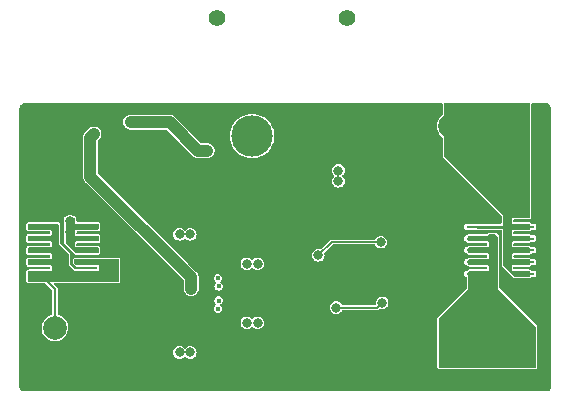
<source format=gbl>
G04 #@! TF.GenerationSoftware,KiCad,Pcbnew,7.0.5-0*
G04 #@! TF.CreationDate,2023-09-26T17:17:08-04:00*
G04 #@! TF.ProjectId,PowerPack,506f7765-7250-4616-936b-2e6b69636164,rev?*
G04 #@! TF.SameCoordinates,Original*
G04 #@! TF.FileFunction,Copper,L4,Bot*
G04 #@! TF.FilePolarity,Positive*
%FSLAX46Y46*%
G04 Gerber Fmt 4.6, Leading zero omitted, Abs format (unit mm)*
G04 Created by KiCad (PCBNEW 7.0.5-0) date 2023-09-26 17:17:08*
%MOMM*%
%LPD*%
G01*
G04 APERTURE LIST*
G04 #@! TA.AperFunction,ComponentPad*
%ADD10C,2.000000*%
G04 #@! TD*
G04 #@! TA.AperFunction,ComponentPad*
%ADD11C,0.600000*%
G04 #@! TD*
G04 #@! TA.AperFunction,ComponentPad*
%ADD12C,1.400000*%
G04 #@! TD*
G04 #@! TA.AperFunction,ComponentPad*
%ADD13R,3.500000X3.500000*%
G04 #@! TD*
G04 #@! TA.AperFunction,ComponentPad*
%ADD14C,3.500000*%
G04 #@! TD*
G04 #@! TA.AperFunction,SMDPad,CuDef*
%ADD15R,1.800000X0.250000*%
G04 #@! TD*
G04 #@! TA.AperFunction,ViaPad*
%ADD16C,1.000000*%
G04 #@! TD*
G04 #@! TA.AperFunction,ViaPad*
%ADD17C,0.800000*%
G04 #@! TD*
G04 #@! TA.AperFunction,ViaPad*
%ADD18C,0.450000*%
G04 #@! TD*
G04 #@! TA.AperFunction,ViaPad*
%ADD19C,0.406400*%
G04 #@! TD*
G04 #@! TA.AperFunction,Conductor*
%ADD20C,0.200000*%
G04 #@! TD*
G04 #@! TA.AperFunction,Conductor*
%ADD21C,1.000000*%
G04 #@! TD*
G04 #@! TA.AperFunction,Conductor*
%ADD22C,0.150000*%
G04 #@! TD*
G04 #@! TA.AperFunction,Conductor*
%ADD23C,0.250000*%
G04 #@! TD*
G04 APERTURE END LIST*
D10*
X138500000Y-70750000D03*
X132750000Y-52750000D03*
D11*
X124910000Y-65722500D03*
X125860000Y-65722500D03*
X126810000Y-65722500D03*
X124910000Y-64722500D03*
X125860000Y-64722500D03*
X126810000Y-64722500D03*
D12*
X113000000Y-43575000D03*
X124000000Y-43575000D03*
D13*
X121000000Y-53575000D03*
D14*
X116000000Y-53575000D03*
D10*
X98200000Y-53000000D03*
X99300000Y-69800000D03*
D15*
X135000001Y-65250001D03*
X135000001Y-64750002D03*
X135000001Y-64250000D03*
X135000001Y-63750001D03*
X135000001Y-63250000D03*
X135000001Y-62750000D03*
X135000001Y-62250002D03*
X135000001Y-61750000D03*
X135000001Y-61250001D03*
X135000001Y-60749999D03*
X139000001Y-65250001D03*
X139000001Y-64750002D03*
X139000001Y-64250000D03*
X139000001Y-63750001D03*
X139000001Y-63250000D03*
X139000001Y-62750000D03*
X139000001Y-62250002D03*
X139000001Y-61750000D03*
X139000001Y-61250001D03*
X139000001Y-60749999D03*
X98000001Y-65250001D03*
X98000001Y-64750002D03*
X98000001Y-64250000D03*
X98000001Y-63750001D03*
X98000001Y-63250000D03*
X98000001Y-62750000D03*
X98000001Y-62250002D03*
X98000001Y-61750000D03*
X98000001Y-61250001D03*
X98000001Y-60749999D03*
X102000001Y-65250001D03*
X102000001Y-64750002D03*
X102000001Y-64250000D03*
X102000001Y-63750001D03*
X102000001Y-63250000D03*
X102000001Y-62750000D03*
X102000001Y-62250002D03*
X102000001Y-61750000D03*
X102000001Y-61250001D03*
X102000001Y-60749999D03*
D16*
X135500000Y-60000000D03*
D17*
X129500000Y-69400000D03*
X130400000Y-58000000D03*
D16*
X134400000Y-60000000D03*
D17*
X104000000Y-64500000D03*
X104000000Y-65400000D03*
X105700000Y-52400000D03*
X112190828Y-54824535D03*
X109850000Y-61900000D03*
X115550000Y-64400000D03*
D18*
X113150000Y-66300000D03*
D17*
X116450000Y-64400000D03*
D18*
X113100000Y-65600000D03*
D17*
X110750000Y-61900000D03*
D18*
X113150000Y-67500000D03*
D17*
X116450000Y-69400000D03*
D18*
X113100000Y-68200000D03*
D17*
X115550000Y-69400000D03*
X109850000Y-71900000D03*
X110750000Y-71900000D03*
X132500000Y-72000000D03*
X135000000Y-69500000D03*
X135000000Y-70750000D03*
X133750000Y-72000000D03*
X133750000Y-70750000D03*
X135000000Y-72000000D03*
X133750000Y-69500000D03*
X136250000Y-70750000D03*
X136250000Y-72000000D03*
X132500000Y-69500000D03*
X132500000Y-70750000D03*
X136250000Y-69500000D03*
X127000000Y-67700000D03*
X123100000Y-68100000D03*
X126900000Y-62550000D03*
X121600000Y-63675000D03*
X123300000Y-57400000D03*
X138500000Y-55500000D03*
X100600000Y-61700000D03*
X123300000Y-56500000D03*
X134750000Y-54250000D03*
X100600000Y-60800000D03*
X138500000Y-54250000D03*
X136000000Y-54250000D03*
X137250000Y-55500000D03*
X136000000Y-56750000D03*
X138500000Y-56750000D03*
X137250000Y-54250000D03*
X136000000Y-55500000D03*
X134750000Y-56750000D03*
X134750000Y-55500000D03*
X137250000Y-56750000D03*
D16*
X102600000Y-53400000D03*
D19*
X110850000Y-66500000D03*
D20*
X101050002Y-64750002D02*
X100700000Y-64400000D01*
X100700000Y-64400000D02*
X100700000Y-63500000D01*
X102000001Y-64750002D02*
X101050002Y-64750002D01*
X99300000Y-66550000D02*
X99300000Y-69800000D01*
X97999999Y-65250001D02*
X99300000Y-66550000D01*
D21*
X111424535Y-54824535D02*
X109000000Y-52400000D01*
X112190828Y-54824535D02*
X111424535Y-54824535D01*
X109000000Y-52400000D02*
X105700000Y-52400000D01*
D20*
X123100000Y-68100000D02*
X126600000Y-68100000D01*
X126600000Y-68100000D02*
X127000000Y-67700000D01*
D22*
X122725000Y-62550000D02*
X126900000Y-62550000D01*
X121600000Y-63675000D02*
X122725000Y-62550000D01*
D23*
X139000001Y-61250001D02*
X135000001Y-61250001D01*
D21*
X102300000Y-57000000D02*
X110850000Y-65550000D01*
X102300000Y-53700000D02*
X102300000Y-57000000D01*
X102600000Y-53400000D02*
X102300000Y-53700000D01*
X110850000Y-65550000D02*
X110850000Y-66500000D01*
G04 #@! TA.AperFunction,Conductor*
G36*
X132095755Y-50814220D02*
G01*
X132114500Y-50859475D01*
X132114500Y-51778177D01*
X132095755Y-51823432D01*
X132084193Y-51832590D01*
X132065801Y-51843978D01*
X131910968Y-51985126D01*
X131784710Y-52152321D01*
X131784708Y-52152324D01*
X131691325Y-52339862D01*
X131633988Y-52541379D01*
X131614657Y-52749999D01*
X131614657Y-52750000D01*
X131633988Y-52958620D01*
X131691325Y-53160137D01*
X131784708Y-53347675D01*
X131784710Y-53347678D01*
X131784711Y-53347679D01*
X131784712Y-53347681D01*
X131818229Y-53392065D01*
X131910968Y-53514873D01*
X131910970Y-53514875D01*
X131910971Y-53514876D01*
X131963557Y-53562814D01*
X132065805Y-53656025D01*
X132084189Y-53667407D01*
X132112799Y-53707167D01*
X132114500Y-53721822D01*
X132114500Y-55223492D01*
X132124813Y-55275340D01*
X132124815Y-55275348D01*
X132136893Y-55304505D01*
X132143559Y-55320598D01*
X132143560Y-55320600D01*
X132143562Y-55320603D01*
X132155636Y-55338673D01*
X132172932Y-55364558D01*
X137095755Y-60287381D01*
X137114500Y-60332635D01*
X137114500Y-60930501D01*
X137095755Y-60975756D01*
X137050500Y-60994501D01*
X134087148Y-60994501D01*
X134049080Y-61002072D01*
X134005914Y-61030915D01*
X134005913Y-61030916D01*
X133977072Y-61074081D01*
X133977070Y-61074085D01*
X133969501Y-61112141D01*
X133969501Y-61387853D01*
X133977072Y-61425921D01*
X133989010Y-61443787D01*
X134005915Y-61469087D01*
X134049082Y-61497930D01*
X134049083Y-61497930D01*
X134049085Y-61497931D01*
X134074341Y-61502954D01*
X134087146Y-61505501D01*
X134969668Y-61505500D01*
X134969682Y-61505501D01*
X134974834Y-61505501D01*
X137050500Y-61505501D01*
X137095755Y-61524246D01*
X137114500Y-61569501D01*
X137114500Y-64473492D01*
X137124813Y-64525340D01*
X137124815Y-64525348D01*
X137140096Y-64562238D01*
X137143559Y-64570598D01*
X137143560Y-64570600D01*
X137143562Y-64570603D01*
X137172931Y-64614557D01*
X137962964Y-65404590D01*
X137976837Y-65425352D01*
X137977071Y-65425916D01*
X137977072Y-65425920D01*
X137986686Y-65440308D01*
X138005913Y-65469085D01*
X138005914Y-65469086D01*
X138005915Y-65469087D01*
X138049082Y-65497930D01*
X138049088Y-65497931D01*
X138049644Y-65498162D01*
X138070411Y-65512036D01*
X138135442Y-65577068D01*
X138179402Y-65606441D01*
X138207937Y-65618260D01*
X138224651Y-65625184D01*
X138224653Y-65625184D01*
X138224657Y-65625186D01*
X138245398Y-65629311D01*
X138276507Y-65635500D01*
X138276510Y-65635500D01*
X139436003Y-65635500D01*
X139461926Y-65630343D01*
X139487853Y-65625186D01*
X139533108Y-65606441D01*
X139558534Y-65592557D01*
X139606441Y-65533108D01*
X139606441Y-65533107D01*
X139609313Y-65529544D01*
X139611551Y-65531347D01*
X139643472Y-65507479D01*
X139659266Y-65505500D01*
X139912853Y-65505500D01*
X139912855Y-65505500D01*
X139950920Y-65497930D01*
X139994087Y-65469087D01*
X140022930Y-65425920D01*
X140030501Y-65387856D01*
X140030500Y-65112147D01*
X140022930Y-65074082D01*
X140017631Y-65066152D01*
X140008409Y-65052351D01*
X139994087Y-65030915D01*
X139994086Y-65030914D01*
X139994085Y-65030913D01*
X139950920Y-65002072D01*
X139950916Y-65002070D01*
X139912860Y-64994501D01*
X139912856Y-64994501D01*
X139656486Y-64994501D01*
X139611231Y-64975756D01*
X139600315Y-64961174D01*
X139592556Y-64946966D01*
X139533107Y-64899059D01*
X139487859Y-64880316D01*
X139487850Y-64880314D01*
X139436003Y-64870001D01*
X139436000Y-64870001D01*
X138169001Y-64870001D01*
X138123746Y-64851256D01*
X138105001Y-64806001D01*
X138105001Y-64694002D01*
X138123746Y-64648747D01*
X138169001Y-64630002D01*
X139436003Y-64630002D01*
X139461926Y-64624844D01*
X139487853Y-64619688D01*
X139533108Y-64600943D01*
X139558534Y-64587059D01*
X139605046Y-64529340D01*
X139648038Y-64505866D01*
X139654879Y-64505499D01*
X139912853Y-64505499D01*
X139912855Y-64505499D01*
X139950920Y-64497929D01*
X139994087Y-64469086D01*
X140022930Y-64425919D01*
X140023077Y-64425183D01*
X140030500Y-64387859D01*
X140030501Y-64387855D01*
X140030500Y-64112146D01*
X140022930Y-64074081D01*
X140022428Y-64073330D01*
X140006064Y-64048839D01*
X139994087Y-64030914D01*
X139994086Y-64030913D01*
X139994085Y-64030912D01*
X139950920Y-64002071D01*
X139950916Y-64002069D01*
X139912860Y-63994500D01*
X139912856Y-63994500D01*
X139656486Y-63994500D01*
X139611231Y-63975755D01*
X139600315Y-63961173D01*
X139592556Y-63946965D01*
X139533107Y-63899058D01*
X139487859Y-63880315D01*
X139487850Y-63880313D01*
X139436003Y-63870000D01*
X139436000Y-63870000D01*
X138169001Y-63870000D01*
X138123746Y-63851255D01*
X138105001Y-63806000D01*
X138105001Y-63694001D01*
X138123746Y-63648746D01*
X138169001Y-63630001D01*
X139436003Y-63630001D01*
X139461926Y-63624844D01*
X139487853Y-63619687D01*
X139533108Y-63600942D01*
X139558534Y-63587058D01*
X139605045Y-63529340D01*
X139648036Y-63505866D01*
X139654878Y-63505499D01*
X139912853Y-63505499D01*
X139912855Y-63505499D01*
X139950920Y-63497929D01*
X139994087Y-63469086D01*
X140022930Y-63425919D01*
X140030501Y-63387855D01*
X140030500Y-63112146D01*
X140022930Y-63074081D01*
X140018096Y-63066847D01*
X140000411Y-63040379D01*
X139994087Y-63030914D01*
X139994086Y-63030913D01*
X139994085Y-63030912D01*
X139950920Y-63002071D01*
X139950916Y-63002069D01*
X139912860Y-62994500D01*
X139912856Y-62994500D01*
X139656486Y-62994500D01*
X139611231Y-62975755D01*
X139600315Y-62961172D01*
X139592557Y-62946965D01*
X139533107Y-62899057D01*
X139487859Y-62880314D01*
X139487850Y-62880312D01*
X139436003Y-62869999D01*
X139436000Y-62869999D01*
X138169001Y-62869999D01*
X138123746Y-62851254D01*
X138105001Y-62805999D01*
X138105001Y-62694000D01*
X138123746Y-62648745D01*
X138169001Y-62630000D01*
X139436003Y-62630000D01*
X139461926Y-62624842D01*
X139487853Y-62619686D01*
X139533108Y-62600941D01*
X139558534Y-62587057D01*
X139605042Y-62529343D01*
X139648035Y-62505868D01*
X139654876Y-62505501D01*
X139912853Y-62505501D01*
X139912855Y-62505501D01*
X139950920Y-62497931D01*
X139994087Y-62469088D01*
X140022930Y-62425921D01*
X140024736Y-62416844D01*
X140030409Y-62388318D01*
X140030501Y-62387857D01*
X140030500Y-62112148D01*
X140022930Y-62074083D01*
X140017629Y-62066150D01*
X139995581Y-62033152D01*
X139994087Y-62030916D01*
X139994086Y-62030915D01*
X139994085Y-62030914D01*
X139950920Y-62002073D01*
X139950916Y-62002071D01*
X139912860Y-61994502D01*
X139912856Y-61994502D01*
X139656487Y-61994502D01*
X139611232Y-61975757D01*
X139600316Y-61961174D01*
X139592557Y-61946965D01*
X139533107Y-61899057D01*
X139487859Y-61880314D01*
X139487850Y-61880312D01*
X139436003Y-61869999D01*
X139436000Y-61869999D01*
X138169001Y-61869999D01*
X138123746Y-61851254D01*
X138105001Y-61805999D01*
X138105001Y-61694000D01*
X138123746Y-61648745D01*
X138169001Y-61630000D01*
X139436003Y-61630000D01*
X139461926Y-61624842D01*
X139487853Y-61619686D01*
X139533108Y-61600941D01*
X139558534Y-61587057D01*
X139591113Y-61546628D01*
X139605044Y-61529342D01*
X139648036Y-61505867D01*
X139654877Y-61505500D01*
X139912853Y-61505500D01*
X139912855Y-61505500D01*
X139950920Y-61497930D01*
X139994087Y-61469087D01*
X140022930Y-61425920D01*
X140030501Y-61387856D01*
X140030500Y-61112147D01*
X140022930Y-61074082D01*
X140016193Y-61064000D01*
X140000409Y-61040377D01*
X139994087Y-61030915D01*
X139994086Y-61030914D01*
X139994085Y-61030913D01*
X139950920Y-61002072D01*
X139950916Y-61002070D01*
X139912860Y-60994501D01*
X139912856Y-60994501D01*
X139656487Y-60994501D01*
X139611232Y-60975756D01*
X139600316Y-60961173D01*
X139592557Y-60946964D01*
X139533107Y-60899056D01*
X139487859Y-60880313D01*
X139487850Y-60880311D01*
X139436003Y-60869998D01*
X139436000Y-60869998D01*
X138169001Y-60869998D01*
X138123746Y-60851253D01*
X138105001Y-60805998D01*
X138105001Y-60693999D01*
X138123746Y-60648744D01*
X138169001Y-60629999D01*
X139436003Y-60629999D01*
X139461926Y-60624842D01*
X139487853Y-60619685D01*
X139533108Y-60600940D01*
X139558534Y-60587056D01*
X139606441Y-60527607D01*
X139625186Y-60482352D01*
X139635500Y-60430499D01*
X139635500Y-50859475D01*
X139654245Y-50814220D01*
X139699500Y-50795475D01*
X140842222Y-50795475D01*
X140842246Y-50795476D01*
X140847387Y-50795475D01*
X140847391Y-50795477D01*
X140892884Y-50795475D01*
X140897064Y-50795749D01*
X140937131Y-50801022D01*
X140990026Y-50807985D01*
X141006156Y-50812307D01*
X141086934Y-50845766D01*
X141101397Y-50854116D01*
X141170765Y-50907347D01*
X141182572Y-50919155D01*
X141235796Y-50988525D01*
X141244147Y-51002990D01*
X141277600Y-51083769D01*
X141281923Y-51099910D01*
X141290766Y-51167131D01*
X141294201Y-51193237D01*
X141294474Y-51197418D01*
X141294469Y-51247654D01*
X141294475Y-51247727D01*
X141294475Y-74745040D01*
X141294473Y-74745069D01*
X141294474Y-74792885D01*
X141294200Y-74797065D01*
X141281965Y-74890027D01*
X141277641Y-74906167D01*
X141244182Y-74986947D01*
X141235828Y-75001416D01*
X141182600Y-75070785D01*
X141170785Y-75082600D01*
X141101416Y-75135828D01*
X141086947Y-75144182D01*
X141006167Y-75177641D01*
X140990027Y-75181965D01*
X140897065Y-75194200D01*
X140892885Y-75194474D01*
X140851952Y-75194473D01*
X140847391Y-75194473D01*
X140847390Y-75194473D01*
X140842246Y-75194473D01*
X140842222Y-75194475D01*
X96697085Y-75194475D01*
X96692907Y-75194201D01*
X96670813Y-75191291D01*
X96599947Y-75181959D01*
X96583809Y-75177634D01*
X96503033Y-75144172D01*
X96488567Y-75135820D01*
X96419202Y-75082590D01*
X96407390Y-75070777D01*
X96380777Y-75036093D01*
X96354163Y-75001406D01*
X96345812Y-74986939D01*
X96312357Y-74906162D01*
X96308033Y-74890024D01*
X96307042Y-74882498D01*
X96295748Y-74796685D01*
X96295475Y-74792509D01*
X96295477Y-74747391D01*
X96295475Y-74747387D01*
X96295476Y-74745068D01*
X96295475Y-74745040D01*
X96295475Y-73136002D01*
X131664500Y-73136002D01*
X131674813Y-73187850D01*
X131674814Y-73187855D01*
X131674816Y-73187859D01*
X131693559Y-73233108D01*
X131693561Y-73233111D01*
X131693562Y-73233114D01*
X131707443Y-73258534D01*
X131766892Y-73306441D01*
X131812140Y-73325184D01*
X131812144Y-73325185D01*
X131812147Y-73325186D01*
X131832888Y-73329311D01*
X131863997Y-73335500D01*
X131864000Y-73335500D01*
X139936003Y-73335500D01*
X139961926Y-73330343D01*
X139987853Y-73325186D01*
X140033108Y-73306441D01*
X140058534Y-73292557D01*
X140106441Y-73233108D01*
X140125186Y-73187853D01*
X140135500Y-73136000D01*
X140135500Y-69726510D01*
X140135500Y-69726509D01*
X140135500Y-69726507D01*
X140125186Y-69674659D01*
X140125184Y-69674651D01*
X140118260Y-69657937D01*
X140106441Y-69629402D01*
X140077068Y-69585442D01*
X136954245Y-66462618D01*
X136935500Y-66417363D01*
X136935500Y-62126507D01*
X136925186Y-62074659D01*
X136925184Y-62074651D01*
X136917529Y-62056172D01*
X136906441Y-62029402D01*
X136877068Y-61985442D01*
X136714558Y-61822932D01*
X136714557Y-61822931D01*
X136670603Y-61793562D01*
X136670600Y-61793560D01*
X136670598Y-61793559D01*
X136658544Y-61788566D01*
X136625348Y-61774815D01*
X136625340Y-61774813D01*
X136573493Y-61764500D01*
X136573490Y-61764500D01*
X136071130Y-61764500D01*
X136066560Y-61764724D01*
X136064479Y-61764827D01*
X136048687Y-61766383D01*
X135986692Y-61788566D01*
X135986691Y-61788566D01*
X135986687Y-61788568D01*
X135945962Y-61815779D01*
X135910487Y-61851254D01*
X135865233Y-61869999D01*
X134363994Y-61869999D01*
X134312147Y-61880312D01*
X134312138Y-61880315D01*
X134266902Y-61899052D01*
X134266888Y-61899059D01*
X134241466Y-61912941D01*
X134194953Y-61970660D01*
X134151961Y-61994135D01*
X134145121Y-61994502D01*
X134087148Y-61994502D01*
X134049080Y-62002073D01*
X134005914Y-62030916D01*
X134005913Y-62030917D01*
X133977072Y-62074082D01*
X133977070Y-62074086D01*
X133969501Y-62112142D01*
X133969501Y-62387854D01*
X133977072Y-62425922D01*
X133989026Y-62443812D01*
X134005915Y-62469088D01*
X134049082Y-62497931D01*
X134049083Y-62497931D01*
X134049085Y-62497932D01*
X134074341Y-62502955D01*
X134087146Y-62505502D01*
X134143514Y-62505501D01*
X134188768Y-62524245D01*
X134199684Y-62538826D01*
X134207443Y-62553034D01*
X134266892Y-62600941D01*
X134312140Y-62619684D01*
X134312144Y-62619685D01*
X134312147Y-62619686D01*
X134328979Y-62623034D01*
X134363997Y-62630000D01*
X134364000Y-62630000D01*
X135831000Y-62630000D01*
X135876255Y-62648745D01*
X135895000Y-62693999D01*
X135895001Y-62805998D01*
X135876256Y-62851253D01*
X135831002Y-62869999D01*
X134363994Y-62869999D01*
X134312147Y-62880312D01*
X134312138Y-62880315D01*
X134266902Y-62899052D01*
X134266888Y-62899059D01*
X134241466Y-62912941D01*
X134194955Y-62970658D01*
X134151963Y-62994133D01*
X134145123Y-62994500D01*
X134087148Y-62994500D01*
X134049080Y-63002071D01*
X134005914Y-63030914D01*
X134005913Y-63030915D01*
X133977072Y-63074080D01*
X133977070Y-63074084D01*
X133969501Y-63112140D01*
X133969501Y-63387852D01*
X133977072Y-63425920D01*
X134005915Y-63469086D01*
X134005916Y-63469087D01*
X134027498Y-63483507D01*
X134049082Y-63497929D01*
X134049083Y-63497929D01*
X134049085Y-63497930D01*
X134074341Y-63502953D01*
X134087146Y-63505500D01*
X134143513Y-63505499D01*
X134188767Y-63524243D01*
X134199684Y-63538826D01*
X134207443Y-63553035D01*
X134266892Y-63600942D01*
X134312140Y-63619685D01*
X134312144Y-63619686D01*
X134312147Y-63619687D01*
X134328979Y-63623035D01*
X134363997Y-63630001D01*
X134364000Y-63630001D01*
X135831000Y-63630001D01*
X135876255Y-63648746D01*
X135895000Y-63694000D01*
X135895001Y-63805999D01*
X135876256Y-63851254D01*
X135831002Y-63870000D01*
X134363994Y-63870000D01*
X134312147Y-63880313D01*
X134312138Y-63880316D01*
X134266902Y-63899053D01*
X134266888Y-63899060D01*
X134241466Y-63912942D01*
X134194956Y-63970658D01*
X134151964Y-63994133D01*
X134145124Y-63994500D01*
X134087148Y-63994500D01*
X134049080Y-64002071D01*
X134005914Y-64030914D01*
X134005913Y-64030915D01*
X133977072Y-64074080D01*
X133977070Y-64074084D01*
X133969501Y-64112140D01*
X133969501Y-64387852D01*
X133977072Y-64425920D01*
X134005915Y-64469086D01*
X134005916Y-64469087D01*
X134012506Y-64473490D01*
X134049082Y-64497929D01*
X134049083Y-64497929D01*
X134049085Y-64497930D01*
X134074341Y-64502953D01*
X134087146Y-64505500D01*
X134143512Y-64505499D01*
X134188766Y-64524243D01*
X134199682Y-64538825D01*
X134207442Y-64553035D01*
X134207441Y-64553035D01*
X134266892Y-64600943D01*
X134312140Y-64619686D01*
X134312144Y-64619687D01*
X134312147Y-64619688D01*
X134332888Y-64623813D01*
X134363997Y-64630002D01*
X134364000Y-64630002D01*
X135831000Y-64630002D01*
X135876255Y-64648747D01*
X135895000Y-64694001D01*
X135895001Y-64806000D01*
X135876256Y-64851255D01*
X135831002Y-64870001D01*
X134363994Y-64870001D01*
X134312147Y-64880314D01*
X134312142Y-64880315D01*
X134266889Y-64899061D01*
X134241465Y-64912943D01*
X134194953Y-64970660D01*
X134151961Y-64994134D01*
X134145122Y-64994501D01*
X134087148Y-64994501D01*
X134049080Y-65002072D01*
X134005914Y-65030915D01*
X134005913Y-65030916D01*
X133977072Y-65074081D01*
X133977070Y-65074085D01*
X133969501Y-65112141D01*
X133969501Y-65387853D01*
X133977072Y-65425921D01*
X133977510Y-65426576D01*
X134005915Y-65469087D01*
X134049082Y-65497930D01*
X134049083Y-65497930D01*
X134049085Y-65497931D01*
X134074341Y-65502954D01*
X134087146Y-65505501D01*
X134100497Y-65505500D01*
X134145752Y-65524242D01*
X134164500Y-65569496D01*
X134164500Y-66417363D01*
X134145755Y-66462618D01*
X131722930Y-68885443D01*
X131693557Y-68929404D01*
X131693555Y-68929408D01*
X131674816Y-68974649D01*
X131674813Y-68974659D01*
X131664500Y-69026506D01*
X131664500Y-73136002D01*
X96295475Y-73136002D01*
X96295475Y-71900003D01*
X109314922Y-71900003D01*
X109333152Y-72038483D01*
X109333155Y-72038491D01*
X109386607Y-72167535D01*
X109386608Y-72167538D01*
X109386609Y-72167539D01*
X109471643Y-72278357D01*
X109582461Y-72363391D01*
X109711512Y-72416846D01*
X109711514Y-72416846D01*
X109711516Y-72416847D01*
X109849996Y-72435078D01*
X109850000Y-72435078D01*
X109850004Y-72435078D01*
X109988483Y-72416847D01*
X109988484Y-72416846D01*
X109988488Y-72416846D01*
X110117539Y-72363391D01*
X110228357Y-72278357D01*
X110249225Y-72251160D01*
X110291645Y-72226669D01*
X110338960Y-72239346D01*
X110350774Y-72251160D01*
X110371643Y-72278357D01*
X110482461Y-72363391D01*
X110611512Y-72416846D01*
X110611514Y-72416846D01*
X110611516Y-72416847D01*
X110749996Y-72435078D01*
X110750000Y-72435078D01*
X110750004Y-72435078D01*
X110888483Y-72416847D01*
X110888484Y-72416846D01*
X110888488Y-72416846D01*
X111017539Y-72363391D01*
X111128357Y-72278357D01*
X111213391Y-72167539D01*
X111266846Y-72038488D01*
X111285078Y-71900000D01*
X111285078Y-71899996D01*
X111266847Y-71761516D01*
X111266846Y-71761514D01*
X111266846Y-71761512D01*
X111213391Y-71632461D01*
X111128357Y-71521643D01*
X111017539Y-71436609D01*
X111017538Y-71436608D01*
X111017535Y-71436607D01*
X110888491Y-71383155D01*
X110888483Y-71383152D01*
X110750004Y-71364922D01*
X110749996Y-71364922D01*
X110611516Y-71383152D01*
X110611508Y-71383155D01*
X110482464Y-71436607D01*
X110482461Y-71436608D01*
X110371643Y-71521643D01*
X110350775Y-71548839D01*
X110308354Y-71573330D01*
X110261039Y-71560653D01*
X110249225Y-71548839D01*
X110228357Y-71521643D01*
X110117539Y-71436609D01*
X110117538Y-71436608D01*
X110117535Y-71436607D01*
X109988491Y-71383155D01*
X109988483Y-71383152D01*
X109850004Y-71364922D01*
X109849996Y-71364922D01*
X109711516Y-71383152D01*
X109711508Y-71383155D01*
X109582464Y-71436607D01*
X109582461Y-71436608D01*
X109471643Y-71521643D01*
X109386608Y-71632461D01*
X109386607Y-71632464D01*
X109333155Y-71761508D01*
X109333152Y-71761516D01*
X109314922Y-71899996D01*
X109314922Y-71900003D01*
X96295475Y-71900003D01*
X96295475Y-65836002D01*
X96864500Y-65836002D01*
X96874813Y-65887850D01*
X96874814Y-65887855D01*
X96882389Y-65906141D01*
X96893559Y-65933108D01*
X96893561Y-65933111D01*
X96893562Y-65933114D01*
X96907443Y-65958534D01*
X96966892Y-66006441D01*
X97012140Y-66025184D01*
X97012144Y-66025185D01*
X97012147Y-66025186D01*
X97032888Y-66029311D01*
X97063997Y-66035500D01*
X97064000Y-66035500D01*
X98433013Y-66035500D01*
X98478268Y-66054245D01*
X99050755Y-66626731D01*
X99069500Y-66671986D01*
X99069500Y-68639860D01*
X99050755Y-68685115D01*
X99017263Y-68702770D01*
X99001382Y-68705739D01*
X98989299Y-68707998D01*
X98989297Y-68707998D01*
X98989295Y-68707999D01*
X98793932Y-68783683D01*
X98615799Y-68893979D01*
X98460968Y-69035126D01*
X98334710Y-69202321D01*
X98334708Y-69202324D01*
X98241325Y-69389862D01*
X98183988Y-69591379D01*
X98164657Y-69799999D01*
X98164657Y-69800000D01*
X98183988Y-70008620D01*
X98241325Y-70210137D01*
X98334708Y-70397675D01*
X98334710Y-70397678D01*
X98460968Y-70564873D01*
X98615799Y-70706020D01*
X98615801Y-70706021D01*
X98615803Y-70706023D01*
X98793934Y-70816317D01*
X98793933Y-70816317D01*
X98989296Y-70892001D01*
X98989299Y-70892002D01*
X98989302Y-70892002D01*
X98989308Y-70892004D01*
X99075730Y-70908158D01*
X99195244Y-70930500D01*
X99404756Y-70930500D01*
X99575135Y-70898650D01*
X99610691Y-70892004D01*
X99610693Y-70892003D01*
X99610701Y-70892002D01*
X99806066Y-70816317D01*
X99984197Y-70706023D01*
X100139029Y-70564876D01*
X100265288Y-70397681D01*
X100358676Y-70210133D01*
X100416012Y-70008619D01*
X100435343Y-69800000D01*
X100416012Y-69591381D01*
X100361560Y-69400003D01*
X115014922Y-69400003D01*
X115033152Y-69538483D01*
X115033155Y-69538491D01*
X115086607Y-69667535D01*
X115086608Y-69667538D01*
X115086609Y-69667539D01*
X115171643Y-69778357D01*
X115282461Y-69863391D01*
X115411512Y-69916846D01*
X115411514Y-69916846D01*
X115411516Y-69916847D01*
X115549996Y-69935078D01*
X115550000Y-69935078D01*
X115550004Y-69935078D01*
X115688483Y-69916847D01*
X115688484Y-69916846D01*
X115688488Y-69916846D01*
X115817539Y-69863391D01*
X115928357Y-69778357D01*
X115949225Y-69751160D01*
X115991645Y-69726669D01*
X116038960Y-69739346D01*
X116050774Y-69751160D01*
X116071643Y-69778357D01*
X116182461Y-69863391D01*
X116311512Y-69916846D01*
X116311514Y-69916846D01*
X116311516Y-69916847D01*
X116449996Y-69935078D01*
X116450000Y-69935078D01*
X116450004Y-69935078D01*
X116588483Y-69916847D01*
X116588484Y-69916846D01*
X116588488Y-69916846D01*
X116717539Y-69863391D01*
X116828357Y-69778357D01*
X116913391Y-69667539D01*
X116966846Y-69538488D01*
X116985078Y-69400000D01*
X116985078Y-69399996D01*
X116966847Y-69261516D01*
X116966846Y-69261514D01*
X116966846Y-69261512D01*
X116913391Y-69132461D01*
X116828357Y-69021643D01*
X116717539Y-68936609D01*
X116717538Y-68936608D01*
X116717535Y-68936607D01*
X116588491Y-68883155D01*
X116588483Y-68883152D01*
X116450004Y-68864922D01*
X116449996Y-68864922D01*
X116311516Y-68883152D01*
X116311508Y-68883155D01*
X116182464Y-68936607D01*
X116182461Y-68936608D01*
X116132873Y-68974659D01*
X116071643Y-69021643D01*
X116067912Y-69026506D01*
X116050775Y-69048839D01*
X116008354Y-69073330D01*
X115961039Y-69060653D01*
X115949225Y-69048839D01*
X115928357Y-69021643D01*
X115817539Y-68936609D01*
X115817538Y-68936608D01*
X115817535Y-68936607D01*
X115688491Y-68883155D01*
X115688483Y-68883152D01*
X115550004Y-68864922D01*
X115549996Y-68864922D01*
X115411516Y-68883152D01*
X115411508Y-68883155D01*
X115282464Y-68936607D01*
X115282461Y-68936608D01*
X115171643Y-69021643D01*
X115086608Y-69132461D01*
X115086607Y-69132464D01*
X115033155Y-69261508D01*
X115033152Y-69261516D01*
X115014922Y-69399996D01*
X115014922Y-69400003D01*
X100361560Y-69400003D01*
X100358676Y-69389867D01*
X100294761Y-69261508D01*
X100265291Y-69202324D01*
X100265289Y-69202321D01*
X100265288Y-69202320D01*
X100265288Y-69202319D01*
X100167881Y-69073330D01*
X100139031Y-69035126D01*
X99984200Y-68893979D01*
X99806067Y-68783683D01*
X99610704Y-68707999D01*
X99610703Y-68707998D01*
X99610701Y-68707998D01*
X99594764Y-68705018D01*
X99582737Y-68702770D01*
X99541699Y-68676026D01*
X99530500Y-68639860D01*
X99530500Y-68200000D01*
X112740069Y-68200000D01*
X112757684Y-68311223D01*
X112757687Y-68311230D01*
X112808805Y-68411556D01*
X112808808Y-68411559D01*
X112808810Y-68411562D01*
X112888438Y-68491190D01*
X112888440Y-68491191D01*
X112888443Y-68491194D01*
X112988769Y-68542312D01*
X112988775Y-68542315D01*
X113100000Y-68559931D01*
X113211225Y-68542315D01*
X113243757Y-68525738D01*
X113311556Y-68491194D01*
X113311557Y-68491192D01*
X113311562Y-68491190D01*
X113391190Y-68411562D01*
X113391192Y-68411557D01*
X113391194Y-68411556D01*
X113432494Y-68330500D01*
X113442315Y-68311225D01*
X113459931Y-68200000D01*
X113444093Y-68100003D01*
X122564922Y-68100003D01*
X122583152Y-68238483D01*
X122583155Y-68238491D01*
X122636607Y-68367535D01*
X122636608Y-68367538D01*
X122636609Y-68367539D01*
X122721643Y-68478357D01*
X122832461Y-68563391D01*
X122961512Y-68616846D01*
X122961514Y-68616846D01*
X122961516Y-68616847D01*
X123099996Y-68635078D01*
X123100000Y-68635078D01*
X123100004Y-68635078D01*
X123238483Y-68616847D01*
X123238484Y-68616846D01*
X123238488Y-68616846D01*
X123367539Y-68563391D01*
X123478357Y-68478357D01*
X123563391Y-68367539D01*
X123563392Y-68367535D01*
X123565488Y-68363906D01*
X123567382Y-68364999D01*
X123596990Y-68335377D01*
X123621496Y-68330500D01*
X126593115Y-68330500D01*
X126594783Y-68330543D01*
X126636864Y-68332749D01*
X126660964Y-68323496D01*
X126670589Y-68320644D01*
X126695847Y-68315277D01*
X126704117Y-68309267D01*
X126718796Y-68301296D01*
X126728344Y-68297632D01*
X126746596Y-68279379D01*
X126754235Y-68272855D01*
X126775122Y-68257681D01*
X126780234Y-68248825D01*
X126790401Y-68235573D01*
X126794234Y-68231740D01*
X126839488Y-68212996D01*
X126857256Y-68216531D01*
X126857463Y-68215761D01*
X126861508Y-68216844D01*
X126861512Y-68216846D01*
X126907674Y-68222923D01*
X126999996Y-68235078D01*
X127000000Y-68235078D01*
X127000004Y-68235078D01*
X127138483Y-68216847D01*
X127138484Y-68216846D01*
X127138488Y-68216846D01*
X127267539Y-68163391D01*
X127378357Y-68078357D01*
X127463391Y-67967539D01*
X127516846Y-67838488D01*
X127516847Y-67838483D01*
X127535078Y-67700003D01*
X127535078Y-67699996D01*
X127516847Y-67561516D01*
X127516846Y-67561514D01*
X127516846Y-67561512D01*
X127463391Y-67432461D01*
X127378357Y-67321643D01*
X127267539Y-67236609D01*
X127267538Y-67236608D01*
X127267535Y-67236607D01*
X127138491Y-67183155D01*
X127138483Y-67183152D01*
X127000004Y-67164922D01*
X126999996Y-67164922D01*
X126861516Y-67183152D01*
X126861508Y-67183155D01*
X126732464Y-67236607D01*
X126732461Y-67236608D01*
X126621643Y-67321643D01*
X126536608Y-67432461D01*
X126536607Y-67432464D01*
X126483155Y-67561508D01*
X126483152Y-67561516D01*
X126464922Y-67699996D01*
X126464922Y-67700003D01*
X126477711Y-67797146D01*
X126465034Y-67844461D01*
X126422613Y-67868952D01*
X126414259Y-67869500D01*
X123621496Y-67869500D01*
X123576241Y-67850755D01*
X123566180Y-67835694D01*
X123565488Y-67836094D01*
X123563391Y-67832461D01*
X123544450Y-67807777D01*
X123478357Y-67721643D01*
X123367539Y-67636609D01*
X123367538Y-67636608D01*
X123367535Y-67636607D01*
X123238491Y-67583155D01*
X123238483Y-67583152D01*
X123100004Y-67564922D01*
X123099996Y-67564922D01*
X122961516Y-67583152D01*
X122961508Y-67583155D01*
X122832464Y-67636607D01*
X122832461Y-67636608D01*
X122721643Y-67721643D01*
X122636608Y-67832461D01*
X122636607Y-67832464D01*
X122583155Y-67961508D01*
X122583152Y-67961516D01*
X122564922Y-68099996D01*
X122564922Y-68100003D01*
X113444093Y-68100003D01*
X113442315Y-68088775D01*
X113437006Y-68078356D01*
X113391194Y-67988443D01*
X113391191Y-67988440D01*
X113391190Y-67988438D01*
X113312807Y-67910055D01*
X113294063Y-67864802D01*
X113312808Y-67819547D01*
X113329006Y-67807778D01*
X113361562Y-67791190D01*
X113441190Y-67711562D01*
X113441192Y-67711557D01*
X113441194Y-67711556D01*
X113479381Y-67636609D01*
X113492315Y-67611225D01*
X113509931Y-67500000D01*
X113492315Y-67388775D01*
X113492312Y-67388769D01*
X113441194Y-67288443D01*
X113441191Y-67288440D01*
X113441190Y-67288438D01*
X113361562Y-67208810D01*
X113361559Y-67208808D01*
X113361556Y-67208805D01*
X113261230Y-67157687D01*
X113261223Y-67157684D01*
X113150000Y-67140069D01*
X113038776Y-67157684D01*
X113038769Y-67157687D01*
X112938443Y-67208805D01*
X112858805Y-67288443D01*
X112807687Y-67388769D01*
X112807684Y-67388776D01*
X112790069Y-67499999D01*
X112790069Y-67500000D01*
X112807684Y-67611223D01*
X112807687Y-67611230D01*
X112858805Y-67711556D01*
X112858808Y-67711559D01*
X112858810Y-67711562D01*
X112937191Y-67789943D01*
X112955936Y-67835197D01*
X112937191Y-67880452D01*
X112920993Y-67892221D01*
X112888440Y-67908808D01*
X112808805Y-67988443D01*
X112757687Y-68088769D01*
X112757684Y-68088776D01*
X112740069Y-68199999D01*
X112740069Y-68200000D01*
X99530500Y-68200000D01*
X99530500Y-66556883D01*
X99530544Y-66555208D01*
X99532749Y-66513136D01*
X99523496Y-66489032D01*
X99520643Y-66479402D01*
X99515277Y-66454153D01*
X99509263Y-66445876D01*
X99501293Y-66431194D01*
X99497632Y-66421657D01*
X99497632Y-66421656D01*
X99479377Y-66403401D01*
X99472855Y-66395764D01*
X99457682Y-66374879D01*
X99457680Y-66374877D01*
X99448824Y-66369764D01*
X99435570Y-66359594D01*
X99220730Y-66144755D01*
X99201985Y-66099500D01*
X99220730Y-66054245D01*
X99265985Y-66035500D01*
X104636003Y-66035500D01*
X104661926Y-66030343D01*
X104687853Y-66025186D01*
X104733108Y-66006441D01*
X104758534Y-65992557D01*
X104806441Y-65933108D01*
X104825186Y-65887853D01*
X104831374Y-65856741D01*
X104835500Y-65836002D01*
X104835500Y-64063997D01*
X104828919Y-64030913D01*
X104825186Y-64012147D01*
X104806441Y-63966892D01*
X104792557Y-63941466D01*
X104786528Y-63936607D01*
X104733107Y-63893558D01*
X104687859Y-63874815D01*
X104687850Y-63874813D01*
X104636003Y-63864500D01*
X104636000Y-63864500D01*
X102943492Y-63864500D01*
X102943119Y-63864518D01*
X102936879Y-63864824D01*
X102936862Y-63864825D01*
X102936855Y-63864826D01*
X102929094Y-63865589D01*
X102917766Y-63866703D01*
X102917755Y-63866704D01*
X102917751Y-63866705D01*
X102912821Y-63867435D01*
X102911148Y-63867684D01*
X102907846Y-63868341D01*
X102905689Y-63868770D01*
X102893205Y-63870000D01*
X101106793Y-63870000D01*
X101094312Y-63868771D01*
X101093288Y-63868567D01*
X101088854Y-63867685D01*
X101082257Y-63866706D01*
X101063143Y-63864825D01*
X101056522Y-63864500D01*
X101056512Y-63864500D01*
X100994499Y-63864500D01*
X100994496Y-63864500D01*
X100942648Y-63874813D01*
X100942643Y-63874814D01*
X100900771Y-63892158D01*
X100897394Y-63893558D01*
X100897384Y-63893562D01*
X100871964Y-63907443D01*
X100824057Y-63966892D01*
X100805314Y-64012140D01*
X100805312Y-64012149D01*
X100794999Y-64063997D01*
X100794999Y-64278014D01*
X100805312Y-64329862D01*
X100805314Y-64329870D01*
X100820595Y-64366760D01*
X100824058Y-64375120D01*
X100824059Y-64375122D01*
X100824061Y-64375125D01*
X100843128Y-64403661D01*
X100853431Y-64419080D01*
X101005921Y-64571570D01*
X101049881Y-64600943D01*
X101078416Y-64612762D01*
X101095130Y-64619686D01*
X101095132Y-64619686D01*
X101095136Y-64619688D01*
X101115877Y-64623813D01*
X101146986Y-64630002D01*
X101146989Y-64630002D01*
X102831000Y-64630002D01*
X102876255Y-64648747D01*
X102895000Y-64694002D01*
X102895000Y-64806001D01*
X102876255Y-64851256D01*
X102831000Y-64870001D01*
X101110562Y-64870001D01*
X101083205Y-64863859D01*
X101078481Y-64861625D01*
X101078474Y-64861622D01*
X101078471Y-64861621D01*
X101044007Y-64851166D01*
X101042235Y-64850571D01*
X101034409Y-64847684D01*
X101034400Y-64847681D01*
X101027228Y-64845556D01*
X101012706Y-64839206D01*
X101010878Y-64838119D01*
X101002200Y-64833406D01*
X100985183Y-64819990D01*
X100983373Y-64817980D01*
X100982151Y-64816658D01*
X100979792Y-64814175D01*
X100979777Y-64814159D01*
X100978592Y-64812943D01*
X100833184Y-64667535D01*
X100657103Y-64491453D01*
X100650430Y-64485601D01*
X100650425Y-64485597D01*
X100644498Y-64481049D01*
X100633201Y-64469900D01*
X100631909Y-64468261D01*
X100631893Y-64468242D01*
X100631882Y-64468228D01*
X100622485Y-64457226D01*
X100609785Y-64433834D01*
X100607223Y-64425183D01*
X100604677Y-64403661D01*
X100604817Y-64400992D01*
X100604886Y-64399235D01*
X100604976Y-64395795D01*
X100605000Y-64394008D01*
X100605000Y-63596009D01*
X100605000Y-63596006D01*
X100594687Y-63544162D01*
X100594686Y-63544155D01*
X100578826Y-63505866D01*
X100575943Y-63498905D01*
X100575936Y-63498892D01*
X100546570Y-63454944D01*
X99754245Y-62662619D01*
X99735500Y-62617364D01*
X99735500Y-62573492D01*
X100064500Y-62573492D01*
X100074813Y-62625340D01*
X100074815Y-62625348D01*
X100084507Y-62648745D01*
X100093559Y-62670598D01*
X100093560Y-62670600D01*
X100093562Y-62670603D01*
X100122931Y-62714557D01*
X100122932Y-62714558D01*
X100979943Y-63571569D01*
X101023903Y-63600942D01*
X101052438Y-63612761D01*
X101069152Y-63619685D01*
X101069154Y-63619685D01*
X101069158Y-63619687D01*
X101085990Y-63623035D01*
X101121008Y-63630001D01*
X101121011Y-63630001D01*
X102894507Y-63630001D01*
X102903893Y-63630693D01*
X102906909Y-63631140D01*
X102906914Y-63631140D01*
X102906930Y-63631143D01*
X102922725Y-63632698D01*
X102987853Y-63623036D01*
X103033108Y-63604291D01*
X103058534Y-63590407D01*
X103106441Y-63530958D01*
X103119718Y-63498905D01*
X103125184Y-63485709D01*
X103125184Y-63485706D01*
X103125186Y-63485703D01*
X103134839Y-63437174D01*
X103135500Y-63433852D01*
X103135500Y-63062833D01*
X103135500Y-63062822D01*
X103135173Y-63056176D01*
X103133617Y-63040379D01*
X103111435Y-62978384D01*
X103111433Y-62978382D01*
X103111433Y-62978380D01*
X103084224Y-62937659D01*
X103084219Y-62937652D01*
X103065643Y-62915425D01*
X102997994Y-62880039D01*
X102997989Y-62880037D01*
X102949951Y-62870482D01*
X102949948Y-62870482D01*
X102939848Y-62870482D01*
X102938682Y-62869999D01*
X102912855Y-62869999D01*
X101169001Y-62869999D01*
X101123746Y-62851254D01*
X101105001Y-62805999D01*
X101105001Y-62694000D01*
X101123746Y-62648745D01*
X101169001Y-62630000D01*
X102894507Y-62630000D01*
X102903893Y-62630692D01*
X102906909Y-62631139D01*
X102906914Y-62631139D01*
X102906930Y-62631142D01*
X102922725Y-62632697D01*
X102987853Y-62623035D01*
X103033108Y-62604290D01*
X103058534Y-62590406D01*
X103106441Y-62530957D01*
X103125186Y-62485702D01*
X103134839Y-62437173D01*
X103135500Y-62433851D01*
X103135500Y-62062833D01*
X103135500Y-62062822D01*
X103135173Y-62056176D01*
X103133617Y-62040379D01*
X103111435Y-61978384D01*
X103111433Y-61978382D01*
X103111433Y-61978380D01*
X103084224Y-61937659D01*
X103084219Y-61937652D01*
X103065643Y-61915425D01*
X102997994Y-61880039D01*
X102997989Y-61880037D01*
X102949951Y-61870482D01*
X102949948Y-61870482D01*
X102939848Y-61870482D01*
X102938682Y-61869999D01*
X102912855Y-61869999D01*
X101185676Y-61869999D01*
X101140421Y-61851254D01*
X101121676Y-61805999D01*
X101122223Y-61797646D01*
X101135078Y-61699997D01*
X101135078Y-61695805D01*
X101137146Y-61695805D01*
X101148058Y-61655049D01*
X101190474Y-61630549D01*
X101198840Y-61630000D01*
X102894507Y-61630000D01*
X102903893Y-61630692D01*
X102906909Y-61631139D01*
X102906914Y-61631139D01*
X102906930Y-61631142D01*
X102922725Y-61632697D01*
X102987853Y-61623035D01*
X103033108Y-61604290D01*
X103058534Y-61590406D01*
X103106441Y-61530957D01*
X103115072Y-61510118D01*
X103125184Y-61485708D01*
X103125184Y-61485705D01*
X103125186Y-61485702D01*
X103134839Y-61437173D01*
X103135500Y-61433851D01*
X103135500Y-61062832D01*
X103135500Y-61062821D01*
X103135173Y-61056175D01*
X103133617Y-61040378D01*
X103111435Y-60978383D01*
X103111433Y-60978381D01*
X103111433Y-60978379D01*
X103084224Y-60937658D01*
X103084219Y-60937651D01*
X103065643Y-60915424D01*
X102997994Y-60880038D01*
X102997989Y-60880036D01*
X102949951Y-60870481D01*
X102949948Y-60870481D01*
X102939848Y-60870481D01*
X102938682Y-60869998D01*
X102912855Y-60869998D01*
X101198841Y-60869998D01*
X101153586Y-60851253D01*
X101134841Y-60805998D01*
X101135078Y-60802377D01*
X101135078Y-60799996D01*
X101116846Y-60661513D01*
X101111432Y-60648442D01*
X101107790Y-60611461D01*
X101109884Y-60600936D01*
X101110138Y-60599658D01*
X101111114Y-60593079D01*
X101112670Y-60577285D01*
X101103009Y-60512147D01*
X101084264Y-60466892D01*
X101070380Y-60441466D01*
X101010931Y-60393559D01*
X101010930Y-60393558D01*
X100965682Y-60374815D01*
X100965673Y-60374813D01*
X100915044Y-60364742D01*
X100888569Y-60352746D01*
X100867543Y-60336611D01*
X100867535Y-60336607D01*
X100738491Y-60283155D01*
X100738483Y-60283152D01*
X100600004Y-60264922D01*
X100599996Y-60264922D01*
X100461516Y-60283152D01*
X100461508Y-60283155D01*
X100332464Y-60336607D01*
X100332456Y-60336611D01*
X100313349Y-60351274D01*
X100274388Y-60364500D01*
X100263997Y-60364500D01*
X100212149Y-60374813D01*
X100212144Y-60374814D01*
X100170272Y-60392158D01*
X100166895Y-60393558D01*
X100166885Y-60393562D01*
X100141465Y-60407443D01*
X100093558Y-60466892D01*
X100074815Y-60512140D01*
X100074813Y-60512149D01*
X100064500Y-60563997D01*
X100064500Y-62573492D01*
X99735500Y-62573492D01*
X99735500Y-61063997D01*
X99728919Y-61030913D01*
X99725186Y-61012147D01*
X99706441Y-60966892D01*
X99692557Y-60941466D01*
X99639930Y-60899056D01*
X99633107Y-60893558D01*
X99587859Y-60874815D01*
X99587850Y-60874813D01*
X99536003Y-60864500D01*
X99536000Y-60864500D01*
X98943482Y-60864500D01*
X98943109Y-60864518D01*
X98936869Y-60864824D01*
X98936852Y-60864825D01*
X98936845Y-60864826D01*
X98929084Y-60865589D01*
X98917756Y-60866703D01*
X98917745Y-60866704D01*
X98917741Y-60866705D01*
X98911152Y-60867682D01*
X98911145Y-60867683D01*
X98911134Y-60867685D01*
X98907574Y-60868393D01*
X98905690Y-60868768D01*
X98893205Y-60869998D01*
X97105490Y-60869998D01*
X97096101Y-60869305D01*
X97093080Y-60868857D01*
X97093076Y-60868856D01*
X97093072Y-60868856D01*
X97077288Y-60867301D01*
X97077287Y-60867301D01*
X97077286Y-60867301D01*
X97059102Y-60869998D01*
X97012146Y-60876962D01*
X96966888Y-60895708D01*
X96941465Y-60909591D01*
X96893558Y-60969040D01*
X96874815Y-61014288D01*
X96874813Y-61014297D01*
X96864500Y-61066145D01*
X96864500Y-61437171D01*
X96864824Y-61443787D01*
X96866378Y-61459596D01*
X96866378Y-61459598D01*
X96866379Y-61459599D01*
X96888557Y-61521598D01*
X96915767Y-61562329D01*
X96934339Y-61584556D01*
X97001987Y-61619953D01*
X97050028Y-61629515D01*
X97060153Y-61629515D01*
X97061323Y-61630000D01*
X97087147Y-61630000D01*
X98831000Y-61630000D01*
X98876255Y-61648745D01*
X98895000Y-61694000D01*
X98895000Y-61805999D01*
X98876255Y-61851254D01*
X98831000Y-61869999D01*
X97105485Y-61869999D01*
X97096102Y-61869307D01*
X97094874Y-61869125D01*
X97093081Y-61868859D01*
X97093068Y-61868858D01*
X97077285Y-61867303D01*
X97077284Y-61867303D01*
X97044715Y-61872133D01*
X97012146Y-61876964D01*
X96966888Y-61895710D01*
X96941465Y-61909593D01*
X96893558Y-61969042D01*
X96874815Y-62014290D01*
X96874813Y-62014299D01*
X96864500Y-62066147D01*
X96864500Y-62437171D01*
X96864824Y-62443787D01*
X96866378Y-62459596D01*
X96866378Y-62459598D01*
X96866379Y-62459599D01*
X96888557Y-62521598D01*
X96915767Y-62562329D01*
X96934339Y-62584556D01*
X97001987Y-62619953D01*
X97050028Y-62629515D01*
X97060153Y-62629515D01*
X97061323Y-62630000D01*
X97087147Y-62630000D01*
X98831000Y-62630000D01*
X98876255Y-62648745D01*
X98895000Y-62694000D01*
X98895000Y-62805999D01*
X98876255Y-62851254D01*
X98831000Y-62869999D01*
X97105485Y-62869999D01*
X97096102Y-62869307D01*
X97094874Y-62869125D01*
X97093081Y-62868859D01*
X97093068Y-62868858D01*
X97077285Y-62867303D01*
X97077284Y-62867303D01*
X97044715Y-62872133D01*
X97012146Y-62876964D01*
X96966888Y-62895710D01*
X96941465Y-62909593D01*
X96893558Y-62969042D01*
X96874815Y-63014290D01*
X96874813Y-63014299D01*
X96864500Y-63066147D01*
X96864500Y-63437172D01*
X96864824Y-63443788D01*
X96864825Y-63443803D01*
X96864826Y-63443813D01*
X96865437Y-63450025D01*
X96866378Y-63459597D01*
X96866378Y-63459599D01*
X96866379Y-63459600D01*
X96888557Y-63521599D01*
X96915767Y-63562330D01*
X96934339Y-63584557D01*
X97001987Y-63619954D01*
X97050028Y-63629516D01*
X97060153Y-63629516D01*
X97061323Y-63630001D01*
X97087147Y-63630001D01*
X98831000Y-63630001D01*
X98876255Y-63648746D01*
X98895000Y-63694001D01*
X98895000Y-63806000D01*
X98876255Y-63851255D01*
X98831000Y-63870000D01*
X97105485Y-63870000D01*
X97096102Y-63869308D01*
X97094874Y-63869126D01*
X97093081Y-63868860D01*
X97093068Y-63868859D01*
X97077285Y-63867304D01*
X97077284Y-63867304D01*
X97059107Y-63870000D01*
X97012146Y-63876965D01*
X96966888Y-63895711D01*
X96941465Y-63909594D01*
X96893558Y-63969043D01*
X96874815Y-64014291D01*
X96874813Y-64014300D01*
X96864500Y-64066148D01*
X96864500Y-64437173D01*
X96864824Y-64443789D01*
X96866378Y-64459598D01*
X96866378Y-64459600D01*
X96866379Y-64459601D01*
X96888557Y-64521600D01*
X96915767Y-64562331D01*
X96934339Y-64584558D01*
X97001987Y-64619955D01*
X97050028Y-64629517D01*
X97060153Y-64629517D01*
X97061323Y-64630002D01*
X97087147Y-64630002D01*
X98831000Y-64630002D01*
X98876255Y-64648747D01*
X98895000Y-64694002D01*
X98895000Y-64806001D01*
X98876255Y-64851256D01*
X98831000Y-64870001D01*
X97105485Y-64870001D01*
X97096102Y-64869309D01*
X97094874Y-64869127D01*
X97093081Y-64868861D01*
X97093068Y-64868860D01*
X97077285Y-64867305D01*
X97077284Y-64867305D01*
X97059107Y-64870001D01*
X97012146Y-64876966D01*
X96966888Y-64895712D01*
X96941465Y-64909595D01*
X96893558Y-64969044D01*
X96874815Y-65014292D01*
X96874813Y-65014301D01*
X96864500Y-65066149D01*
X96864500Y-65836002D01*
X96295475Y-65836002D01*
X96295475Y-53680037D01*
X101664801Y-53680037D01*
X101669358Y-53728232D01*
X101669500Y-53731246D01*
X101669500Y-56923324D01*
X101667959Y-56937283D01*
X101667309Y-56940189D01*
X101667308Y-56940197D01*
X101669484Y-57009392D01*
X101669500Y-57010397D01*
X101669500Y-57039674D01*
X101670555Y-57048029D01*
X101670791Y-57051031D01*
X101672312Y-57099407D01*
X101672312Y-57099412D01*
X101672313Y-57099416D01*
X101672314Y-57099419D01*
X101679286Y-57123419D01*
X101681322Y-57133249D01*
X101684455Y-57158047D01*
X101684456Y-57158049D01*
X101702273Y-57203052D01*
X101703250Y-57205904D01*
X101716757Y-57252392D01*
X101716759Y-57252397D01*
X101729478Y-57273905D01*
X101733895Y-57282920D01*
X101743097Y-57306161D01*
X101743099Y-57306164D01*
X101759680Y-57328985D01*
X101771550Y-57345322D01*
X101773200Y-57347835D01*
X101797844Y-57389505D01*
X101797849Y-57389511D01*
X101815522Y-57407184D01*
X101822044Y-57414821D01*
X101836731Y-57435036D01*
X101836732Y-57435037D01*
X101874025Y-57465888D01*
X101876256Y-57467919D01*
X110200755Y-65792417D01*
X110219500Y-65837672D01*
X110219500Y-66539665D01*
X110234453Y-66658039D01*
X110234455Y-66658045D01*
X110293096Y-66806159D01*
X110293096Y-66806160D01*
X110386731Y-66935036D01*
X110386732Y-66935037D01*
X110509476Y-67036580D01*
X110653616Y-67104407D01*
X110757653Y-67124253D01*
X110810090Y-67134256D01*
X110810091Y-67134256D01*
X110810096Y-67134257D01*
X110969083Y-67124254D01*
X111120587Y-67075028D01*
X111255090Y-66989670D01*
X111364139Y-66873544D01*
X111440883Y-66733947D01*
X111463599Y-66645476D01*
X111480499Y-66579657D01*
X111480500Y-66579649D01*
X111480500Y-65626673D01*
X111482042Y-65612708D01*
X111482691Y-65609807D01*
X111482383Y-65600000D01*
X112740069Y-65600000D01*
X112757684Y-65711223D01*
X112757687Y-65711230D01*
X112808805Y-65811556D01*
X112808808Y-65811559D01*
X112808810Y-65811562D01*
X112888438Y-65891190D01*
X112888440Y-65891191D01*
X112888441Y-65891192D01*
X112920992Y-65907778D01*
X112952804Y-65945025D01*
X112948960Y-65993858D01*
X112937191Y-66010057D01*
X112858805Y-66088443D01*
X112807687Y-66188769D01*
X112807684Y-66188776D01*
X112790069Y-66299999D01*
X112790069Y-66300000D01*
X112807684Y-66411223D01*
X112807687Y-66411230D01*
X112858805Y-66511556D01*
X112858808Y-66511559D01*
X112858810Y-66511562D01*
X112938438Y-66591190D01*
X112938440Y-66591191D01*
X112938443Y-66591194D01*
X113038769Y-66642312D01*
X113038775Y-66642315D01*
X113150000Y-66659931D01*
X113261225Y-66642315D01*
X113293757Y-66625738D01*
X113361556Y-66591194D01*
X113361557Y-66591192D01*
X113361562Y-66591190D01*
X113441190Y-66511562D01*
X113441192Y-66511557D01*
X113441194Y-66511556D01*
X113482140Y-66431194D01*
X113492315Y-66411225D01*
X113509931Y-66300000D01*
X113492315Y-66188775D01*
X113492312Y-66188769D01*
X113441194Y-66088443D01*
X113441191Y-66088440D01*
X113441190Y-66088438D01*
X113361562Y-66008810D01*
X113361559Y-66008808D01*
X113361558Y-66008807D01*
X113329007Y-65992221D01*
X113297195Y-65954973D01*
X113301039Y-65906141D01*
X113312802Y-65889949D01*
X113391190Y-65811562D01*
X113391192Y-65811557D01*
X113391194Y-65811556D01*
X113442312Y-65711230D01*
X113442315Y-65711225D01*
X113459931Y-65600000D01*
X113442315Y-65488775D01*
X113432284Y-65469088D01*
X113391194Y-65388443D01*
X113391191Y-65388440D01*
X113391190Y-65388438D01*
X113311562Y-65308810D01*
X113311559Y-65308808D01*
X113311556Y-65308805D01*
X113211230Y-65257687D01*
X113211223Y-65257684D01*
X113100000Y-65240069D01*
X112988776Y-65257684D01*
X112988769Y-65257687D01*
X112888443Y-65308805D01*
X112808805Y-65388443D01*
X112757687Y-65488769D01*
X112757684Y-65488776D01*
X112740069Y-65599999D01*
X112740069Y-65600000D01*
X111482383Y-65600000D01*
X111480514Y-65540593D01*
X111480499Y-65539599D01*
X111480499Y-65529544D01*
X111480500Y-65510334D01*
X111479443Y-65501971D01*
X111479207Y-65498980D01*
X111477687Y-65450584D01*
X111470712Y-65426576D01*
X111468677Y-65416750D01*
X111465545Y-65391955D01*
X111447724Y-65346944D01*
X111446747Y-65344090D01*
X111433244Y-65297612D01*
X111433243Y-65297608D01*
X111420522Y-65276097D01*
X111416105Y-65267081D01*
X111406903Y-65243840D01*
X111406900Y-65243835D01*
X111378448Y-65204675D01*
X111376791Y-65202153D01*
X111352153Y-65160491D01*
X111334477Y-65142815D01*
X111327954Y-65135177D01*
X111313269Y-65114964D01*
X111275973Y-65084109D01*
X111273742Y-65082079D01*
X110591666Y-64400003D01*
X115014922Y-64400003D01*
X115033152Y-64538483D01*
X115033155Y-64538491D01*
X115086607Y-64667535D01*
X115086608Y-64667538D01*
X115086609Y-64667539D01*
X115171643Y-64778357D01*
X115282461Y-64863391D01*
X115411512Y-64916846D01*
X115411514Y-64916846D01*
X115411516Y-64916847D01*
X115549996Y-64935078D01*
X115550000Y-64935078D01*
X115550004Y-64935078D01*
X115688483Y-64916847D01*
X115688484Y-64916846D01*
X115688488Y-64916846D01*
X115817539Y-64863391D01*
X115928357Y-64778357D01*
X115949225Y-64751160D01*
X115991645Y-64726669D01*
X116038960Y-64739346D01*
X116050774Y-64751160D01*
X116071643Y-64778357D01*
X116182461Y-64863391D01*
X116311512Y-64916846D01*
X116311514Y-64916846D01*
X116311516Y-64916847D01*
X116449996Y-64935078D01*
X116450000Y-64935078D01*
X116450004Y-64935078D01*
X116588483Y-64916847D01*
X116588484Y-64916846D01*
X116588488Y-64916846D01*
X116717539Y-64863391D01*
X116828357Y-64778357D01*
X116913391Y-64667539D01*
X116966846Y-64538488D01*
X116966847Y-64538483D01*
X116985078Y-64400003D01*
X116985078Y-64399996D01*
X116966847Y-64261516D01*
X116966846Y-64261514D01*
X116966846Y-64261512D01*
X116913391Y-64132461D01*
X116828357Y-64021643D01*
X116743322Y-63956393D01*
X116717538Y-63936608D01*
X116717535Y-63936607D01*
X116588491Y-63883155D01*
X116588483Y-63883152D01*
X116450004Y-63864922D01*
X116449996Y-63864922D01*
X116311516Y-63883152D01*
X116311508Y-63883155D01*
X116182464Y-63936607D01*
X116182461Y-63936608D01*
X116071643Y-64021643D01*
X116050775Y-64048839D01*
X116008354Y-64073330D01*
X115961039Y-64060653D01*
X115949225Y-64048839D01*
X115928357Y-64021643D01*
X115843322Y-63956393D01*
X115817538Y-63936608D01*
X115817535Y-63936607D01*
X115688491Y-63883155D01*
X115688483Y-63883152D01*
X115550004Y-63864922D01*
X115549996Y-63864922D01*
X115411516Y-63883152D01*
X115411508Y-63883155D01*
X115282464Y-63936607D01*
X115282461Y-63936608D01*
X115171643Y-64021643D01*
X115086608Y-64132461D01*
X115086607Y-64132464D01*
X115033155Y-64261508D01*
X115033152Y-64261516D01*
X115014922Y-64399996D01*
X115014922Y-64400003D01*
X110591666Y-64400003D01*
X109866666Y-63675003D01*
X121064922Y-63675003D01*
X121083152Y-63813483D01*
X121083155Y-63813491D01*
X121136607Y-63942535D01*
X121136608Y-63942538D01*
X121136609Y-63942539D01*
X121221643Y-64053357D01*
X121332461Y-64138391D01*
X121461512Y-64191846D01*
X121461514Y-64191846D01*
X121461516Y-64191847D01*
X121599996Y-64210078D01*
X121600000Y-64210078D01*
X121600004Y-64210078D01*
X121738483Y-64191847D01*
X121738484Y-64191846D01*
X121738488Y-64191846D01*
X121867539Y-64138391D01*
X121978357Y-64053357D01*
X122063391Y-63942539D01*
X122116846Y-63813488D01*
X122135078Y-63675000D01*
X122135078Y-63674996D01*
X122116847Y-63536516D01*
X122116846Y-63536514D01*
X122116846Y-63536512D01*
X122107512Y-63513980D01*
X122107512Y-63464997D01*
X122121383Y-63444236D01*
X122791375Y-62774245D01*
X122836631Y-62755500D01*
X126368148Y-62755500D01*
X126413403Y-62774245D01*
X126427276Y-62795009D01*
X126436606Y-62817533D01*
X126436606Y-62817535D01*
X126436608Y-62817538D01*
X126436609Y-62817539D01*
X126521643Y-62928357D01*
X126632461Y-63013391D01*
X126761512Y-63066846D01*
X126761514Y-63066846D01*
X126761516Y-63066847D01*
X126899996Y-63085078D01*
X126900000Y-63085078D01*
X126900004Y-63085078D01*
X127038483Y-63066847D01*
X127038484Y-63066846D01*
X127038488Y-63066846D01*
X127167539Y-63013391D01*
X127278357Y-62928357D01*
X127363391Y-62817539D01*
X127416846Y-62688488D01*
X127419201Y-62670603D01*
X127435078Y-62550003D01*
X127435078Y-62549996D01*
X127416847Y-62411516D01*
X127416846Y-62411514D01*
X127416846Y-62411512D01*
X127363391Y-62282461D01*
X127278357Y-62171643D01*
X127167539Y-62086609D01*
X127167538Y-62086608D01*
X127167535Y-62086607D01*
X127038491Y-62033155D01*
X127038483Y-62033152D01*
X126900004Y-62014922D01*
X126899996Y-62014922D01*
X126761516Y-62033152D01*
X126761508Y-62033155D01*
X126632464Y-62086607D01*
X126632461Y-62086608D01*
X126521643Y-62171643D01*
X126436606Y-62282464D01*
X126436606Y-62282466D01*
X126427276Y-62304991D01*
X126392640Y-62339628D01*
X126368148Y-62344500D01*
X122770788Y-62344500D01*
X122749650Y-62340908D01*
X122748601Y-62340541D01*
X122748600Y-62340541D01*
X122731670Y-62342448D01*
X122715245Y-62344299D01*
X122711659Y-62344500D01*
X122701845Y-62344500D01*
X122694823Y-62346102D01*
X122692270Y-62346685D01*
X122688733Y-62347286D01*
X122655380Y-62351043D01*
X122655379Y-62351044D01*
X122654431Y-62351640D01*
X122634639Y-62359839D01*
X122633543Y-62360089D01*
X122607297Y-62381018D01*
X122604372Y-62383094D01*
X122596059Y-62388318D01*
X122596058Y-62388319D01*
X122589115Y-62395261D01*
X122586442Y-62397650D01*
X122560204Y-62418576D01*
X122560200Y-62418581D01*
X122559715Y-62419588D01*
X122547313Y-62437064D01*
X121830765Y-63153612D01*
X121785510Y-63172357D01*
X121761020Y-63167486D01*
X121738488Y-63158153D01*
X121600004Y-63139922D01*
X121599996Y-63139922D01*
X121461516Y-63158152D01*
X121461508Y-63158155D01*
X121332464Y-63211607D01*
X121332461Y-63211608D01*
X121221643Y-63296643D01*
X121136608Y-63407461D01*
X121136607Y-63407464D01*
X121083155Y-63536508D01*
X121083152Y-63536516D01*
X121064922Y-63674996D01*
X121064922Y-63675003D01*
X109866666Y-63675003D01*
X108091666Y-61900003D01*
X109314922Y-61900003D01*
X109333152Y-62038483D01*
X109333155Y-62038491D01*
X109386607Y-62167535D01*
X109386608Y-62167538D01*
X109386609Y-62167539D01*
X109471643Y-62278357D01*
X109582461Y-62363391D01*
X109711512Y-62416846D01*
X109711514Y-62416846D01*
X109711516Y-62416847D01*
X109849996Y-62435078D01*
X109850000Y-62435078D01*
X109850004Y-62435078D01*
X109988483Y-62416847D01*
X109988484Y-62416846D01*
X109988488Y-62416846D01*
X110117539Y-62363391D01*
X110228357Y-62278357D01*
X110249225Y-62251160D01*
X110291645Y-62226669D01*
X110338960Y-62239346D01*
X110350774Y-62251160D01*
X110371643Y-62278357D01*
X110482461Y-62363391D01*
X110611512Y-62416846D01*
X110611514Y-62416846D01*
X110611516Y-62416847D01*
X110749996Y-62435078D01*
X110750000Y-62435078D01*
X110750004Y-62435078D01*
X110888483Y-62416847D01*
X110888484Y-62416846D01*
X110888488Y-62416846D01*
X111017539Y-62363391D01*
X111128357Y-62278357D01*
X111213391Y-62167539D01*
X111266846Y-62038488D01*
X111267548Y-62033155D01*
X111285078Y-61900003D01*
X111285078Y-61899996D01*
X111266847Y-61761516D01*
X111266846Y-61761514D01*
X111266846Y-61761512D01*
X111213391Y-61632461D01*
X111128357Y-61521643D01*
X111018274Y-61437173D01*
X111017538Y-61436608D01*
X111017535Y-61436607D01*
X110888491Y-61383155D01*
X110888483Y-61383152D01*
X110750004Y-61364922D01*
X110749996Y-61364922D01*
X110611516Y-61383152D01*
X110611508Y-61383155D01*
X110482464Y-61436607D01*
X110482461Y-61436608D01*
X110371643Y-61521643D01*
X110350775Y-61548839D01*
X110308354Y-61573330D01*
X110261039Y-61560653D01*
X110249225Y-61548839D01*
X110228357Y-61521643D01*
X110118274Y-61437173D01*
X110117538Y-61436608D01*
X110117535Y-61436607D01*
X109988491Y-61383155D01*
X109988483Y-61383152D01*
X109850004Y-61364922D01*
X109849996Y-61364922D01*
X109711516Y-61383152D01*
X109711508Y-61383155D01*
X109582464Y-61436607D01*
X109582461Y-61436608D01*
X109471643Y-61521643D01*
X109386608Y-61632461D01*
X109386607Y-61632464D01*
X109333155Y-61761508D01*
X109333152Y-61761516D01*
X109314922Y-61899996D01*
X109314922Y-61900003D01*
X108091666Y-61900003D01*
X103591665Y-57400003D01*
X122764922Y-57400003D01*
X122783152Y-57538483D01*
X122783155Y-57538491D01*
X122836607Y-57667535D01*
X122836608Y-57667538D01*
X122836609Y-57667539D01*
X122921643Y-57778357D01*
X123032461Y-57863391D01*
X123161512Y-57916846D01*
X123161514Y-57916846D01*
X123161516Y-57916847D01*
X123299996Y-57935078D01*
X123300000Y-57935078D01*
X123300004Y-57935078D01*
X123438483Y-57916847D01*
X123438484Y-57916846D01*
X123438488Y-57916846D01*
X123567539Y-57863391D01*
X123678357Y-57778357D01*
X123763391Y-57667539D01*
X123816846Y-57538488D01*
X123816847Y-57538483D01*
X123835078Y-57400003D01*
X123835078Y-57399996D01*
X123816847Y-57261516D01*
X123816846Y-57261514D01*
X123816846Y-57261512D01*
X123763391Y-57132461D01*
X123678357Y-57021643D01*
X123678355Y-57021642D01*
X123678355Y-57021641D01*
X123678353Y-57021639D01*
X123651160Y-57000773D01*
X123626668Y-56958352D01*
X123639347Y-56911038D01*
X123651157Y-56899227D01*
X123678357Y-56878357D01*
X123763391Y-56767539D01*
X123816846Y-56638488D01*
X123835078Y-56500000D01*
X123835078Y-56499996D01*
X123816847Y-56361516D01*
X123816846Y-56361514D01*
X123816846Y-56361512D01*
X123763391Y-56232461D01*
X123678357Y-56121643D01*
X123567539Y-56036609D01*
X123567538Y-56036608D01*
X123567535Y-56036607D01*
X123438491Y-55983155D01*
X123438483Y-55983152D01*
X123300004Y-55964922D01*
X123299996Y-55964922D01*
X123161516Y-55983152D01*
X123161508Y-55983155D01*
X123032464Y-56036607D01*
X123032461Y-56036608D01*
X122921643Y-56121643D01*
X122836608Y-56232461D01*
X122836607Y-56232464D01*
X122783155Y-56361508D01*
X122783152Y-56361516D01*
X122764922Y-56499996D01*
X122764922Y-56500003D01*
X122783152Y-56638483D01*
X122783155Y-56638491D01*
X122836607Y-56767535D01*
X122836608Y-56767538D01*
X122836609Y-56767539D01*
X122921643Y-56878357D01*
X122948838Y-56899224D01*
X122973329Y-56941645D01*
X122960652Y-56988960D01*
X122948840Y-57000772D01*
X122921644Y-57021641D01*
X122836608Y-57132461D01*
X122836607Y-57132464D01*
X122783155Y-57261508D01*
X122783152Y-57261516D01*
X122764922Y-57399996D01*
X122764922Y-57400003D01*
X103591665Y-57400003D01*
X102949245Y-56757583D01*
X102930500Y-56712328D01*
X102930500Y-53987671D01*
X102949245Y-53942416D01*
X103031672Y-53859989D01*
X103033071Y-53858671D01*
X103075402Y-53821170D01*
X103108450Y-53773291D01*
X103109474Y-53771893D01*
X103147011Y-53723501D01*
X103151560Y-53712986D01*
X103157629Y-53702043D01*
X103162381Y-53695160D01*
X103184155Y-53637744D01*
X103184663Y-53636491D01*
X103210278Y-53577302D01*
X103211540Y-53569329D01*
X103214913Y-53556641D01*
X103216675Y-53551997D01*
X103224463Y-53487846D01*
X103224600Y-53486864D01*
X103235198Y-53419962D01*
X103234758Y-53415310D01*
X103234942Y-53401552D01*
X103235131Y-53400000D01*
X103226959Y-53332705D01*
X103226874Y-53331910D01*
X103226359Y-53326457D01*
X103220206Y-53261368D01*
X103219775Y-53260172D01*
X103217769Y-53251719D01*
X103217601Y-53251761D01*
X103216675Y-53248007D01*
X103216675Y-53248003D01*
X103191415Y-53181398D01*
X103166245Y-53111484D01*
X103165608Y-53110547D01*
X103163741Y-53107432D01*
X103162380Y-53104839D01*
X103120114Y-53043606D01*
X103111207Y-53030500D01*
X103076704Y-52979729D01*
X103017706Y-52927715D01*
X102960796Y-52877297D01*
X102960794Y-52877296D01*
X102960554Y-52877083D01*
X102958097Y-52875162D01*
X102957218Y-52874387D01*
X102957214Y-52874384D01*
X102957210Y-52874381D01*
X102907690Y-52849149D01*
X102889676Y-52839970D01*
X102825225Y-52806143D01*
X102821606Y-52804771D01*
X102821739Y-52804418D01*
X102819066Y-52803422D01*
X102819066Y-52803425D01*
X102815274Y-52802060D01*
X102764615Y-52790736D01*
X102744598Y-52786261D01*
X102743946Y-52786108D01*
X102676557Y-52769500D01*
X102675350Y-52769353D01*
X102662715Y-52767959D01*
X102659807Y-52767309D01*
X102659806Y-52767309D01*
X102659802Y-52767308D01*
X102601516Y-52769140D01*
X102590593Y-52769484D01*
X102589602Y-52769500D01*
X102523443Y-52769500D01*
X102520248Y-52770287D01*
X102506955Y-52772112D01*
X102500585Y-52772312D01*
X102437165Y-52790736D01*
X102435897Y-52791077D01*
X102374781Y-52806141D01*
X102374776Y-52806143D01*
X102368861Y-52809247D01*
X102356989Y-52814030D01*
X102347608Y-52816757D01*
X102347606Y-52816757D01*
X102347606Y-52816758D01*
X102293533Y-52848734D01*
X102292116Y-52849524D01*
X102239205Y-52877295D01*
X102231665Y-52883975D01*
X102221811Y-52891152D01*
X102210492Y-52897846D01*
X102168334Y-52940003D01*
X102166927Y-52941327D01*
X102124599Y-52978828D01*
X102124597Y-52978831D01*
X102116957Y-52989898D01*
X102109544Y-52998792D01*
X101908382Y-53199954D01*
X101897427Y-53208731D01*
X101894913Y-53210326D01*
X101894911Y-53210328D01*
X101847521Y-53260792D01*
X101846823Y-53261512D01*
X101826114Y-53282223D01*
X101826113Y-53282225D01*
X101820951Y-53288881D01*
X101818993Y-53291173D01*
X101785863Y-53326453D01*
X101785860Y-53326457D01*
X101773820Y-53348357D01*
X101768310Y-53356746D01*
X101752986Y-53376502D01*
X101733758Y-53420934D01*
X101732431Y-53423641D01*
X101709119Y-53466046D01*
X101709116Y-53466055D01*
X101702901Y-53490259D01*
X101699649Y-53499757D01*
X101689722Y-53522698D01*
X101682147Y-53570518D01*
X101681535Y-53573471D01*
X101669500Y-53620342D01*
X101669500Y-53645339D01*
X101668712Y-53655349D01*
X101668605Y-53656025D01*
X101664801Y-53680037D01*
X96295475Y-53680037D01*
X96295475Y-52360096D01*
X105065743Y-52360096D01*
X105075746Y-52519083D01*
X105124972Y-52670587D01*
X105210330Y-52805090D01*
X105326456Y-52914139D01*
X105466053Y-52990883D01*
X105466057Y-52990884D01*
X105620342Y-53030499D01*
X105620348Y-53030499D01*
X105620349Y-53030500D01*
X108712328Y-53030500D01*
X108757583Y-53049245D01*
X110924488Y-55216150D01*
X110933268Y-55227109D01*
X110934863Y-55229623D01*
X110934866Y-55229626D01*
X110985326Y-55277011D01*
X110986048Y-55277711D01*
X110998268Y-55289930D01*
X111006752Y-55298414D01*
X111011188Y-55301855D01*
X111013416Y-55303584D01*
X111015706Y-55305540D01*
X111050991Y-55338674D01*
X111072892Y-55350714D01*
X111081284Y-55356227D01*
X111101031Y-55371545D01*
X111145461Y-55390772D01*
X111148169Y-55392099D01*
X111178484Y-55408763D01*
X111190588Y-55415418D01*
X111214797Y-55421633D01*
X111224294Y-55424886D01*
X111247233Y-55434813D01*
X111280246Y-55440041D01*
X111295048Y-55442386D01*
X111298003Y-55442998D01*
X111344879Y-55455034D01*
X111344882Y-55455034D01*
X111344884Y-55455035D01*
X111369879Y-55455035D01*
X111379889Y-55455822D01*
X111404572Y-55459732D01*
X111452760Y-55455177D01*
X111455774Y-55455035D01*
X112230494Y-55455035D01*
X112348867Y-55440081D01*
X112348868Y-55440080D01*
X112348873Y-55440080D01*
X112496988Y-55381438D01*
X112625865Y-55287803D01*
X112727408Y-55165059D01*
X112795235Y-55020919D01*
X112825085Y-54864439D01*
X112815082Y-54705452D01*
X112765856Y-54553948D01*
X112680498Y-54419445D01*
X112564372Y-54310396D01*
X112564371Y-54310395D01*
X112424773Y-54233651D01*
X112424770Y-54233650D01*
X112270485Y-54194035D01*
X112270479Y-54194035D01*
X111712206Y-54194035D01*
X111666951Y-54175290D01*
X111066661Y-53575000D01*
X114114696Y-53575000D01*
X114133885Y-53843302D01*
X114133887Y-53843314D01*
X114191061Y-54106144D01*
X114191062Y-54106147D01*
X114285069Y-54358190D01*
X114391960Y-54553944D01*
X114413981Y-54594272D01*
X114575182Y-54809612D01*
X114765388Y-54999818D01*
X114980728Y-55161019D01*
X114988123Y-55165057D01*
X115216809Y-55289930D01*
X115216813Y-55289931D01*
X115216816Y-55289933D01*
X115468848Y-55383936D01*
X115468851Y-55383936D01*
X115468852Y-55383937D01*
X115468855Y-55383938D01*
X115639060Y-55420963D01*
X115731693Y-55441114D01*
X116000000Y-55460304D01*
X116268307Y-55441114D01*
X116438519Y-55404086D01*
X116531144Y-55383938D01*
X116531147Y-55383937D01*
X116531146Y-55383937D01*
X116531152Y-55383936D01*
X116783184Y-55289933D01*
X116783188Y-55289930D01*
X116783190Y-55289930D01*
X116842556Y-55257513D01*
X117019272Y-55161019D01*
X117234612Y-54999818D01*
X117424818Y-54809612D01*
X117586019Y-54594272D01*
X117714933Y-54358184D01*
X117808936Y-54106152D01*
X117866114Y-53843307D01*
X117885304Y-53575000D01*
X117866114Y-53306693D01*
X117808936Y-53043848D01*
X117714933Y-52791816D01*
X117714931Y-52791813D01*
X117714930Y-52791809D01*
X117586022Y-52555734D01*
X117586019Y-52555728D01*
X117424818Y-52340388D01*
X117234612Y-52150182D01*
X117019272Y-51988981D01*
X117012212Y-51985126D01*
X116783190Y-51860069D01*
X116531147Y-51766062D01*
X116531144Y-51766061D01*
X116268314Y-51708887D01*
X116268302Y-51708885D01*
X116000000Y-51689696D01*
X115731697Y-51708885D01*
X115731685Y-51708887D01*
X115468855Y-51766061D01*
X115468852Y-51766062D01*
X115216809Y-51860069D01*
X114980734Y-51988977D01*
X114980730Y-51988979D01*
X114980728Y-51988981D01*
X114954809Y-52008384D01*
X114765387Y-52150182D01*
X114575182Y-52340387D01*
X114477871Y-52470379D01*
X114424723Y-52541379D01*
X114413977Y-52555734D01*
X114285069Y-52791809D01*
X114191062Y-53043852D01*
X114191061Y-53043855D01*
X114133887Y-53306685D01*
X114133885Y-53306697D01*
X114114696Y-53575000D01*
X111066661Y-53575000D01*
X109500046Y-52008384D01*
X109491263Y-51997420D01*
X109490888Y-51996830D01*
X109489670Y-51994910D01*
X109439205Y-51947521D01*
X109438482Y-51946821D01*
X109428392Y-51936731D01*
X109417783Y-51926121D01*
X109417778Y-51926117D01*
X109417776Y-51926115D01*
X109411126Y-51920958D01*
X109408831Y-51918998D01*
X109373543Y-51885860D01*
X109361196Y-51879072D01*
X109351639Y-51873818D01*
X109343249Y-51868307D01*
X109323500Y-51852988D01*
X109279069Y-51833760D01*
X109276362Y-51832433D01*
X109233953Y-51809119D01*
X109233947Y-51809117D01*
X109209737Y-51802900D01*
X109200248Y-51799652D01*
X109177302Y-51789722D01*
X109177299Y-51789721D01*
X109129480Y-51782147D01*
X109126526Y-51781535D01*
X109079657Y-51769500D01*
X109079651Y-51769500D01*
X109054661Y-51769500D01*
X109044649Y-51768712D01*
X109019960Y-51764801D01*
X108974806Y-51769070D01*
X108971765Y-51769358D01*
X108968753Y-51769500D01*
X105660334Y-51769500D01*
X105541960Y-51784453D01*
X105541954Y-51784455D01*
X105393840Y-51843096D01*
X105393839Y-51843096D01*
X105264963Y-51936731D01*
X105264962Y-51936732D01*
X105163419Y-52059477D01*
X105095593Y-52203615D01*
X105095591Y-52203623D01*
X105065743Y-52360090D01*
X105065743Y-52360096D01*
X96295475Y-52360096D01*
X96295475Y-51197085D01*
X96295749Y-51192903D01*
X96302874Y-51138797D01*
X96307991Y-51099935D01*
X96312312Y-51083809D01*
X96345781Y-51003013D01*
X96354129Y-50988553D01*
X96407367Y-50919172D01*
X96419172Y-50907367D01*
X96488553Y-50854129D01*
X96503013Y-50845781D01*
X96583809Y-50812312D01*
X96599935Y-50807991D01*
X96692907Y-50795748D01*
X96697085Y-50795475D01*
X132050500Y-50795475D01*
X132095755Y-50814220D01*
G37*
G04 #@! TD.AperFunction*
G04 #@! TA.AperFunction,Conductor*
G36*
X139981255Y-69681255D02*
G01*
X140000000Y-69726510D01*
X140000000Y-73136000D01*
X139981255Y-73181255D01*
X139936000Y-73200000D01*
X131864000Y-73200000D01*
X131818745Y-73181255D01*
X131800000Y-73136000D01*
X131800000Y-69026509D01*
X131818744Y-68981255D01*
X134300000Y-66500000D01*
X136800000Y-66500000D01*
X139981255Y-69681255D01*
G37*
G04 #@! TD.AperFunction*
G04 #@! TA.AperFunction,Conductor*
G36*
X99581255Y-61018745D02*
G01*
X99600000Y-61064000D01*
X99600000Y-62700000D01*
X100450755Y-63550755D01*
X100469500Y-63596009D01*
X100469500Y-64393115D01*
X100469456Y-64394783D01*
X100467251Y-64436864D01*
X100467251Y-64436866D01*
X100467252Y-64436867D01*
X100476503Y-64460967D01*
X100479355Y-64470596D01*
X100484721Y-64495843D01*
X100484724Y-64495849D01*
X100490732Y-64504118D01*
X100498703Y-64518798D01*
X100502367Y-64528343D01*
X100520621Y-64546597D01*
X100527143Y-64554234D01*
X100542319Y-64575122D01*
X100551170Y-64580232D01*
X100564428Y-64590404D01*
X100882148Y-64908125D01*
X100883285Y-64909322D01*
X100911490Y-64940647D01*
X100935085Y-64951151D01*
X100943895Y-64955935D01*
X100956754Y-64964286D01*
X100964148Y-64969088D01*
X100965553Y-64970000D01*
X100975651Y-64971599D01*
X100991667Y-64976343D01*
X101001008Y-64980502D01*
X101003584Y-64980502D01*
X101039138Y-64991287D01*
X101049082Y-64997931D01*
X101049084Y-64997931D01*
X101049086Y-64997932D01*
X101068114Y-65001716D01*
X101087146Y-65005502D01*
X102912855Y-65005501D01*
X102950920Y-64997931D01*
X102994087Y-64969088D01*
X103022930Y-64925921D01*
X103026354Y-64908709D01*
X103030500Y-64887861D01*
X103030501Y-64887857D01*
X103030500Y-64612148D01*
X103022930Y-64574083D01*
X102994087Y-64530916D01*
X102994086Y-64530915D01*
X102994085Y-64530914D01*
X102950920Y-64502073D01*
X102950916Y-64502071D01*
X102912860Y-64494502D01*
X102912856Y-64494502D01*
X101146989Y-64494502D01*
X101101734Y-64475757D01*
X100949244Y-64323267D01*
X100930499Y-64278012D01*
X100930499Y-64064000D01*
X100949244Y-64018745D01*
X100994499Y-64000000D01*
X101053187Y-64000000D01*
X101065672Y-64001229D01*
X101087146Y-64005501D01*
X102912855Y-64005500D01*
X102934331Y-64001228D01*
X102946814Y-64000000D01*
X104636000Y-64000000D01*
X104681255Y-64018745D01*
X104700000Y-64064000D01*
X104700000Y-65836000D01*
X104681255Y-65881255D01*
X104636000Y-65900000D01*
X97064000Y-65900000D01*
X97018745Y-65881255D01*
X97000000Y-65836000D01*
X97000000Y-65066152D01*
X97018745Y-65020897D01*
X97064000Y-65002152D01*
X97076486Y-65003382D01*
X97080976Y-65004274D01*
X97087146Y-65005502D01*
X98912855Y-65005501D01*
X98950920Y-64997931D01*
X98994087Y-64969088D01*
X99022930Y-64925921D01*
X99026354Y-64908709D01*
X99030500Y-64887861D01*
X99030501Y-64887857D01*
X99030500Y-64612148D01*
X99022930Y-64574083D01*
X98994087Y-64530916D01*
X98994086Y-64530915D01*
X98994085Y-64530914D01*
X98950920Y-64502073D01*
X98950916Y-64502071D01*
X98912859Y-64494502D01*
X97087147Y-64494502D01*
X97076479Y-64496624D01*
X97028438Y-64487062D01*
X97001228Y-64446331D01*
X97000000Y-64433852D01*
X97000000Y-64066151D01*
X97018745Y-64020896D01*
X97064000Y-64002151D01*
X97076486Y-64003381D01*
X97080976Y-64004273D01*
X97087146Y-64005501D01*
X98912855Y-64005500D01*
X98950920Y-63997930D01*
X98994087Y-63969087D01*
X99022930Y-63925920D01*
X99030501Y-63887856D01*
X99030500Y-63612147D01*
X99022930Y-63574082D01*
X98994087Y-63530915D01*
X98994086Y-63530914D01*
X98994085Y-63530913D01*
X98950920Y-63502072D01*
X98950916Y-63502070D01*
X98912859Y-63494501D01*
X97087147Y-63494501D01*
X97076479Y-63496623D01*
X97028438Y-63487061D01*
X97001228Y-63446330D01*
X97000000Y-63433851D01*
X97000000Y-63066150D01*
X97018745Y-63020895D01*
X97064000Y-63002150D01*
X97076486Y-63003380D01*
X97080976Y-63004272D01*
X97087146Y-63005500D01*
X98912855Y-63005499D01*
X98950920Y-62997929D01*
X98994087Y-62969086D01*
X99022930Y-62925919D01*
X99030501Y-62887855D01*
X99030500Y-62612146D01*
X99022930Y-62574081D01*
X98994087Y-62530914D01*
X98994086Y-62530913D01*
X98994085Y-62530912D01*
X98950920Y-62502071D01*
X98950916Y-62502069D01*
X98912859Y-62494500D01*
X97087147Y-62494500D01*
X97076479Y-62496622D01*
X97028438Y-62487060D01*
X97001228Y-62446329D01*
X97000000Y-62433850D01*
X97000000Y-62066150D01*
X97018745Y-62020895D01*
X97064000Y-62002150D01*
X97076486Y-62003380D01*
X97080976Y-62004272D01*
X97087146Y-62005500D01*
X98912855Y-62005499D01*
X98950920Y-61997929D01*
X98994087Y-61969086D01*
X99022930Y-61925919D01*
X99030501Y-61887855D01*
X99030500Y-61612146D01*
X99022930Y-61574081D01*
X98994087Y-61530914D01*
X98994086Y-61530913D01*
X98994085Y-61530912D01*
X98950920Y-61502071D01*
X98950916Y-61502069D01*
X98912859Y-61494500D01*
X97087147Y-61494500D01*
X97076479Y-61496622D01*
X97028438Y-61487060D01*
X97001228Y-61446329D01*
X97000000Y-61433850D01*
X97000000Y-61066148D01*
X97018745Y-61020893D01*
X97064000Y-61002148D01*
X97076484Y-61003378D01*
X97087146Y-61005499D01*
X98912855Y-61005498D01*
X98934321Y-61001228D01*
X98946804Y-61000000D01*
X99536000Y-61000000D01*
X99581255Y-61018745D01*
G37*
G04 #@! TD.AperFunction*
G04 #@! TA.AperFunction,Conductor*
G36*
X136618745Y-61918745D02*
G01*
X136781255Y-62081255D01*
X136800000Y-62126510D01*
X136800000Y-66500000D01*
X134300000Y-66500000D01*
X134300000Y-65069500D01*
X134318745Y-65024246D01*
X134363997Y-65005501D01*
X135912855Y-65005501D01*
X135950920Y-64997931D01*
X135994087Y-64969088D01*
X136022930Y-64925921D01*
X136030501Y-64887857D01*
X136030500Y-64612148D01*
X136022930Y-64574083D01*
X135994087Y-64530916D01*
X135994086Y-64530915D01*
X135994085Y-64530914D01*
X135950920Y-64502073D01*
X135950916Y-64502071D01*
X135912860Y-64494502D01*
X134364000Y-64494502D01*
X134318745Y-64475757D01*
X134300000Y-64430502D01*
X134300000Y-64069500D01*
X134318745Y-64024245D01*
X134363997Y-64005500D01*
X135912855Y-64005500D01*
X135950920Y-63997930D01*
X135994087Y-63969087D01*
X136022930Y-63925920D01*
X136030501Y-63887856D01*
X136030500Y-63612147D01*
X136022930Y-63574082D01*
X135994087Y-63530915D01*
X135994086Y-63530914D01*
X135994085Y-63530913D01*
X135950920Y-63502072D01*
X135950916Y-63502070D01*
X135912860Y-63494501D01*
X134364000Y-63494501D01*
X134318745Y-63475756D01*
X134300000Y-63430501D01*
X134300000Y-63069499D01*
X134318745Y-63024244D01*
X134363997Y-63005499D01*
X135912855Y-63005499D01*
X135950920Y-62997929D01*
X135994087Y-62969086D01*
X136022930Y-62925919D01*
X136030501Y-62887855D01*
X136030500Y-62612146D01*
X136022930Y-62574081D01*
X135994087Y-62530914D01*
X135994086Y-62530913D01*
X135994085Y-62530912D01*
X135950920Y-62502071D01*
X135950916Y-62502069D01*
X135912860Y-62494500D01*
X134364000Y-62494500D01*
X134318745Y-62475755D01*
X134300000Y-62430500D01*
X134300000Y-62069499D01*
X134318745Y-62024244D01*
X134363997Y-62005499D01*
X135912855Y-62005499D01*
X135950920Y-61997929D01*
X135994087Y-61969086D01*
X136021242Y-61928444D01*
X136061971Y-61901230D01*
X136074457Y-61900000D01*
X136573490Y-61900000D01*
X136618745Y-61918745D01*
G37*
G04 #@! TD.AperFunction*
G04 #@! TA.AperFunction,Conductor*
G36*
X139481255Y-50814220D02*
G01*
X139500000Y-50859475D01*
X139500000Y-60430499D01*
X139481255Y-60475754D01*
X139436000Y-60494499D01*
X138087148Y-60494499D01*
X138049080Y-60502070D01*
X138005914Y-60530913D01*
X138005913Y-60530914D01*
X137977072Y-60574079D01*
X137977070Y-60574083D01*
X137969501Y-60612139D01*
X137969501Y-60887851D01*
X137977072Y-60925919D01*
X138005914Y-60969085D01*
X138005915Y-60969085D01*
X138049082Y-60997928D01*
X138049083Y-60997928D01*
X138049085Y-60997929D01*
X138074341Y-61002952D01*
X138087146Y-61005499D01*
X139436000Y-61005498D01*
X139481255Y-61024243D01*
X139500000Y-61069498D01*
X139500000Y-61430500D01*
X139481255Y-61475755D01*
X139436000Y-61494500D01*
X138087148Y-61494500D01*
X138049080Y-61502071D01*
X138005914Y-61530914D01*
X138005913Y-61530915D01*
X137977072Y-61574080D01*
X137977070Y-61574084D01*
X137969501Y-61612140D01*
X137969501Y-61887852D01*
X137977072Y-61925920D01*
X138005915Y-61969085D01*
X138005915Y-61969086D01*
X138049082Y-61997929D01*
X138049083Y-61997929D01*
X138049085Y-61997930D01*
X138069916Y-62002073D01*
X138087146Y-62005500D01*
X139436000Y-62005499D01*
X139481255Y-62024244D01*
X139500000Y-62069499D01*
X139500000Y-62430500D01*
X139481255Y-62475755D01*
X139436000Y-62494500D01*
X138087148Y-62494500D01*
X138049080Y-62502071D01*
X138005914Y-62530914D01*
X138005913Y-62530915D01*
X137977072Y-62574080D01*
X137977070Y-62574084D01*
X137969501Y-62612140D01*
X137969501Y-62887852D01*
X137977072Y-62925920D01*
X138005915Y-62969085D01*
X138005915Y-62969086D01*
X138049082Y-62997929D01*
X138049083Y-62997929D01*
X138049085Y-62997930D01*
X138069906Y-63002071D01*
X138087146Y-63005500D01*
X139436000Y-63005499D01*
X139481255Y-63024244D01*
X139500000Y-63069499D01*
X139500000Y-63430501D01*
X139481255Y-63475756D01*
X139436000Y-63494501D01*
X138087148Y-63494501D01*
X138049080Y-63502072D01*
X138005914Y-63530915D01*
X138005913Y-63530916D01*
X137977072Y-63574081D01*
X137977070Y-63574085D01*
X137969501Y-63612141D01*
X137969501Y-63887853D01*
X137977072Y-63925921D01*
X138005915Y-63969087D01*
X138049082Y-63997930D01*
X138049083Y-63997930D01*
X138049085Y-63997931D01*
X138069901Y-64002071D01*
X138087146Y-64005501D01*
X139436000Y-64005500D01*
X139481255Y-64024245D01*
X139500000Y-64069500D01*
X139500000Y-64430502D01*
X139481255Y-64475757D01*
X139436000Y-64494502D01*
X138087148Y-64494502D01*
X138049080Y-64502073D01*
X138005914Y-64530916D01*
X138005913Y-64530917D01*
X137977072Y-64574082D01*
X137977070Y-64574086D01*
X137969501Y-64612142D01*
X137969501Y-64887854D01*
X137977072Y-64925922D01*
X138005914Y-64969088D01*
X138005915Y-64969088D01*
X138049082Y-64997931D01*
X138049083Y-64997931D01*
X138049085Y-64997932D01*
X138069901Y-65002072D01*
X138087146Y-65005502D01*
X139436000Y-65005501D01*
X139481255Y-65024246D01*
X139500000Y-65069501D01*
X139500000Y-65436000D01*
X139481255Y-65481255D01*
X139436000Y-65500000D01*
X138276510Y-65500000D01*
X138231255Y-65481255D01*
X137268745Y-64518745D01*
X137250000Y-64473490D01*
X137250000Y-60250000D01*
X132268745Y-55268745D01*
X132250000Y-55223490D01*
X132250000Y-50859475D01*
X132268745Y-50814220D01*
X132314000Y-50795475D01*
X139436000Y-50795475D01*
X139481255Y-50814220D01*
G37*
G04 #@! TD.AperFunction*
G04 #@! TA.AperFunction,Conductor*
G36*
X100959078Y-60518745D02*
G01*
X100977823Y-60564000D01*
X100976593Y-60576485D01*
X100969501Y-60612140D01*
X100969501Y-60887851D01*
X100977072Y-60925919D01*
X101005914Y-60969085D01*
X101005915Y-60969085D01*
X101049082Y-60997928D01*
X101049083Y-60997928D01*
X101049085Y-60997929D01*
X101074341Y-61002952D01*
X101087146Y-61005499D01*
X102912855Y-61005498D01*
X102923514Y-61003378D01*
X102971557Y-61012934D01*
X102998770Y-61053662D01*
X103000000Y-61066148D01*
X103000000Y-61433849D01*
X102981255Y-61479104D01*
X102936000Y-61497849D01*
X102923516Y-61496620D01*
X102912856Y-61494500D01*
X101087148Y-61494500D01*
X101049080Y-61502071D01*
X101005914Y-61530914D01*
X101005913Y-61530915D01*
X100977072Y-61574080D01*
X100977070Y-61574084D01*
X100969501Y-61612140D01*
X100969501Y-61887852D01*
X100977072Y-61925920D01*
X101005915Y-61969086D01*
X101049082Y-61997929D01*
X101049083Y-61997929D01*
X101049085Y-61997930D01*
X101074341Y-62002953D01*
X101087146Y-62005500D01*
X102912855Y-62005499D01*
X102923514Y-62003379D01*
X102971557Y-62012935D01*
X102998770Y-62053663D01*
X103000000Y-62066149D01*
X103000000Y-62433849D01*
X102981255Y-62479104D01*
X102936000Y-62497849D01*
X102923516Y-62496620D01*
X102912856Y-62494500D01*
X101087148Y-62494500D01*
X101049080Y-62502071D01*
X101005914Y-62530914D01*
X101005913Y-62530915D01*
X100977072Y-62574080D01*
X100977070Y-62574084D01*
X100969501Y-62612140D01*
X100969501Y-62887852D01*
X100977072Y-62925920D01*
X101005915Y-62969086D01*
X101049082Y-62997929D01*
X101049083Y-62997929D01*
X101049085Y-62997930D01*
X101074341Y-63002953D01*
X101087146Y-63005500D01*
X102912855Y-63005499D01*
X102923514Y-63003379D01*
X102971557Y-63012935D01*
X102998770Y-63053663D01*
X103000000Y-63066149D01*
X103000000Y-63433850D01*
X102981255Y-63479105D01*
X102936000Y-63497850D01*
X102923516Y-63496621D01*
X102912856Y-63494501D01*
X101121011Y-63494501D01*
X101075756Y-63475756D01*
X100218745Y-62618745D01*
X100200000Y-62573490D01*
X100200000Y-60564000D01*
X100218745Y-60518745D01*
X100264000Y-60500000D01*
X100913823Y-60500000D01*
X100959078Y-60518745D01*
G37*
G04 #@! TD.AperFunction*
M02*

</source>
